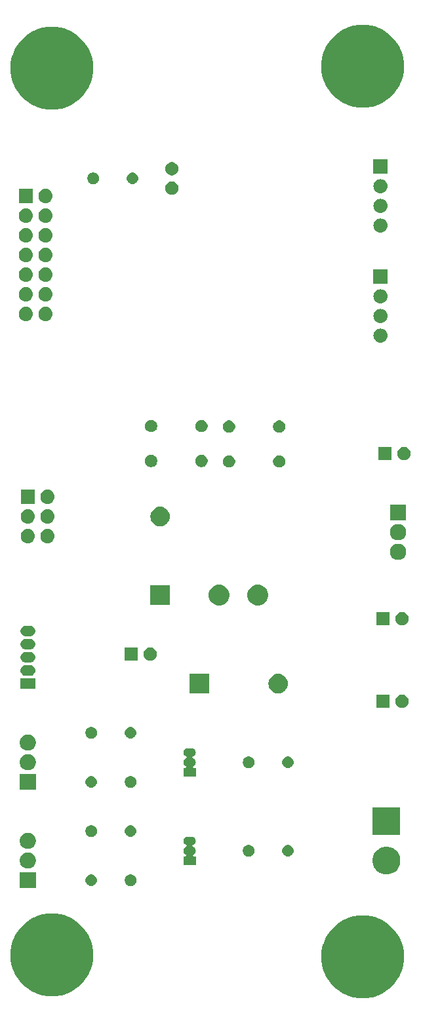
<source format=gbr>
G04 #@! TF.GenerationSoftware,KiCad,Pcbnew,(5.0.1-3-g963ef8bb5)*
G04 #@! TF.CreationDate,2019-04-20T19:45:59+01:00*
G04 #@! TF.ProjectId,flipcontrol,666C6970636F6E74726F6C2E6B696361,rev?*
G04 #@! TF.SameCoordinates,Original*
G04 #@! TF.FileFunction,Soldermask,Bot*
G04 #@! TF.FilePolarity,Negative*
%FSLAX46Y46*%
G04 Gerber Fmt 4.6, Leading zero omitted, Abs format (unit mm)*
G04 Created by KiCad (PCBNEW (5.0.1-3-g963ef8bb5)) date Saturday, 20 April 2019 at 19:45:59*
%MOMM*%
%LPD*%
G01*
G04 APERTURE LIST*
%ADD10C,0.100000*%
G04 APERTURE END LIST*
D10*
G36*
X140968228Y-163442091D02*
X141312829Y-163510636D01*
X142286649Y-163914005D01*
X142782926Y-164245607D01*
X143163067Y-164499609D01*
X143908391Y-165244933D01*
X143908393Y-165244936D01*
X144493995Y-166121351D01*
X144792154Y-166841172D01*
X144897364Y-167095172D01*
X145052477Y-167874973D01*
X145103000Y-168128973D01*
X145103000Y-169183027D01*
X144897364Y-170216829D01*
X144493995Y-171190649D01*
X144078110Y-171813064D01*
X143908391Y-172067067D01*
X143163067Y-172812391D01*
X143163064Y-172812393D01*
X142286649Y-173397995D01*
X141312829Y-173801364D01*
X140968228Y-173869909D01*
X140279029Y-174007000D01*
X139224971Y-174007000D01*
X138535772Y-173869909D01*
X138191171Y-173801364D01*
X137217351Y-173397995D01*
X136340936Y-172812393D01*
X136340933Y-172812391D01*
X135595609Y-172067067D01*
X135425890Y-171813064D01*
X135010005Y-171190649D01*
X134606636Y-170216829D01*
X134401000Y-169183027D01*
X134401000Y-168128973D01*
X134451524Y-167874973D01*
X134606636Y-167095172D01*
X134711846Y-166841172D01*
X135010005Y-166121351D01*
X135595607Y-165244936D01*
X135595609Y-165244933D01*
X136340933Y-164499609D01*
X136721074Y-164245607D01*
X137217351Y-163914005D01*
X138191171Y-163510636D01*
X138535772Y-163442091D01*
X139224971Y-163305000D01*
X140279029Y-163305000D01*
X140968228Y-163442091D01*
X140968228Y-163442091D01*
G37*
G36*
X100836228Y-163188091D02*
X101180829Y-163256636D01*
X102154649Y-163660005D01*
X103025157Y-164241660D01*
X103031067Y-164245609D01*
X103776391Y-164990933D01*
X103776393Y-164990936D01*
X104361995Y-165867351D01*
X104765364Y-166841171D01*
X104765364Y-166841172D01*
X104971000Y-167874971D01*
X104971000Y-168929029D01*
X104920476Y-169183029D01*
X104765364Y-169962829D01*
X104361995Y-170936649D01*
X103780340Y-171807157D01*
X103776391Y-171813067D01*
X103031067Y-172558391D01*
X103031064Y-172558393D01*
X102154649Y-173143995D01*
X101180829Y-173547364D01*
X100836228Y-173615909D01*
X100147029Y-173753000D01*
X99092971Y-173753000D01*
X98403772Y-173615909D01*
X98059171Y-173547364D01*
X97085351Y-173143995D01*
X96208936Y-172558393D01*
X96208933Y-172558391D01*
X95463609Y-171813067D01*
X95459660Y-171807157D01*
X94878005Y-170936649D01*
X94474636Y-169962829D01*
X94319524Y-169183029D01*
X94269000Y-168929029D01*
X94269000Y-167874971D01*
X94474636Y-166841172D01*
X94474636Y-166841171D01*
X94878005Y-165867351D01*
X95463607Y-164990936D01*
X95463609Y-164990933D01*
X96208933Y-164245609D01*
X96214843Y-164241660D01*
X97085351Y-163660005D01*
X98059171Y-163256636D01*
X98403772Y-163188091D01*
X99092971Y-163051000D01*
X100147029Y-163051000D01*
X100836228Y-163188091D01*
X100836228Y-163188091D01*
G37*
G36*
X97571000Y-159801000D02*
X95469000Y-159801000D01*
X95469000Y-157699000D01*
X97571000Y-157699000D01*
X97571000Y-159801000D01*
X97571000Y-159801000D01*
G37*
G36*
X109908600Y-158009867D02*
X109999059Y-158027860D01*
X110135732Y-158084472D01*
X110192715Y-158122547D01*
X110258738Y-158166662D01*
X110363338Y-158271262D01*
X110363340Y-158271265D01*
X110445528Y-158394268D01*
X110502140Y-158530941D01*
X110531000Y-158676033D01*
X110531000Y-158823967D01*
X110502140Y-158969059D01*
X110445528Y-159105732D01*
X110364446Y-159227079D01*
X110363338Y-159228738D01*
X110258738Y-159333338D01*
X110258735Y-159333340D01*
X110135732Y-159415528D01*
X109999059Y-159472140D01*
X109912004Y-159489456D01*
X109853969Y-159501000D01*
X109706031Y-159501000D01*
X109647996Y-159489456D01*
X109560941Y-159472140D01*
X109424268Y-159415528D01*
X109301265Y-159333340D01*
X109301262Y-159333338D01*
X109196662Y-159228738D01*
X109195554Y-159227079D01*
X109114472Y-159105732D01*
X109057860Y-158969059D01*
X109029000Y-158823967D01*
X109029000Y-158676033D01*
X109057860Y-158530941D01*
X109114472Y-158394268D01*
X109196660Y-158271265D01*
X109196662Y-158271262D01*
X109301262Y-158166662D01*
X109367285Y-158122547D01*
X109424268Y-158084472D01*
X109560941Y-158027860D01*
X109651400Y-158009867D01*
X109706031Y-157999000D01*
X109853969Y-157999000D01*
X109908600Y-158009867D01*
X109908600Y-158009867D01*
G37*
G36*
X104773665Y-158002622D02*
X104847222Y-158009867D01*
X104988786Y-158052810D01*
X105119252Y-158122546D01*
X105233606Y-158216394D01*
X105327454Y-158330748D01*
X105397190Y-158461214D01*
X105440133Y-158602778D01*
X105454633Y-158750000D01*
X105440133Y-158897222D01*
X105397190Y-159038786D01*
X105327454Y-159169252D01*
X105233606Y-159283606D01*
X105119252Y-159377454D01*
X104988786Y-159447190D01*
X104847222Y-159490133D01*
X104773665Y-159497378D01*
X104736888Y-159501000D01*
X104663112Y-159501000D01*
X104626335Y-159497378D01*
X104552778Y-159490133D01*
X104411214Y-159447190D01*
X104280748Y-159377454D01*
X104166394Y-159283606D01*
X104072546Y-159169252D01*
X104002810Y-159038786D01*
X103959867Y-158897222D01*
X103945367Y-158750000D01*
X103959867Y-158602778D01*
X104002810Y-158461214D01*
X104072546Y-158330748D01*
X104166394Y-158216394D01*
X104280748Y-158122546D01*
X104411214Y-158052810D01*
X104552778Y-158009867D01*
X104626335Y-158002622D01*
X104663112Y-157999000D01*
X104736888Y-157999000D01*
X104773665Y-158002622D01*
X104773665Y-158002622D01*
G37*
G36*
X143009062Y-154415240D02*
X143325350Y-154478153D01*
X143653122Y-154613921D01*
X143948109Y-154811025D01*
X144198975Y-155061891D01*
X144396079Y-155356878D01*
X144531847Y-155684650D01*
X144601060Y-156032611D01*
X144601060Y-156387389D01*
X144531847Y-156735350D01*
X144396079Y-157063122D01*
X144198975Y-157358109D01*
X143948109Y-157608975D01*
X143653122Y-157806079D01*
X143325350Y-157941847D01*
X143038019Y-157999000D01*
X142977390Y-158011060D01*
X142622610Y-158011060D01*
X142561981Y-157999000D01*
X142274650Y-157941847D01*
X141946878Y-157806079D01*
X141651891Y-157608975D01*
X141401025Y-157358109D01*
X141203921Y-157063122D01*
X141068153Y-156735350D01*
X140998940Y-156387389D01*
X140998940Y-156032611D01*
X141068153Y-155684650D01*
X141203921Y-155356878D01*
X141401025Y-155061891D01*
X141651891Y-154811025D01*
X141946878Y-154613921D01*
X142274650Y-154478153D01*
X142590938Y-154415240D01*
X142622610Y-154408940D01*
X142977390Y-154408940D01*
X143009062Y-154415240D01*
X143009062Y-154415240D01*
G37*
G36*
X96826565Y-155199389D02*
X97017834Y-155278615D01*
X97189976Y-155393637D01*
X97336363Y-155540024D01*
X97451385Y-155712166D01*
X97530611Y-155903435D01*
X97571000Y-156106484D01*
X97571000Y-156313516D01*
X97530611Y-156516565D01*
X97451385Y-156707834D01*
X97336363Y-156879976D01*
X97189976Y-157026363D01*
X97017834Y-157141385D01*
X96826565Y-157220611D01*
X96623516Y-157261000D01*
X96416484Y-157261000D01*
X96213435Y-157220611D01*
X96022166Y-157141385D01*
X95850024Y-157026363D01*
X95703637Y-156879976D01*
X95588615Y-156707834D01*
X95509389Y-156516565D01*
X95469000Y-156313516D01*
X95469000Y-156106484D01*
X95509389Y-155903435D01*
X95588615Y-155712166D01*
X95703637Y-155540024D01*
X95850024Y-155393637D01*
X96022166Y-155278615D01*
X96213435Y-155199389D01*
X96416484Y-155159000D01*
X96623516Y-155159000D01*
X96826565Y-155199389D01*
X96826565Y-155199389D01*
G37*
G36*
X117758015Y-153126973D02*
X117861879Y-153158479D01*
X117957600Y-153209644D01*
X118041501Y-153278499D01*
X118110356Y-153362400D01*
X118161521Y-153458121D01*
X118193027Y-153561985D01*
X118203666Y-153670000D01*
X118193027Y-153778015D01*
X118161521Y-153881879D01*
X118110356Y-153977600D01*
X118041501Y-154061501D01*
X117957600Y-154130356D01*
X117861879Y-154181521D01*
X117849142Y-154185385D01*
X117826507Y-154194760D01*
X117806133Y-154208374D01*
X117788806Y-154225701D01*
X117775192Y-154246076D01*
X117765814Y-154268715D01*
X117761034Y-154292748D01*
X117761034Y-154317252D01*
X117765815Y-154341286D01*
X117775192Y-154363925D01*
X117788806Y-154384299D01*
X117806133Y-154401626D01*
X117826508Y-154415240D01*
X117849142Y-154424615D01*
X117861879Y-154428479D01*
X117957600Y-154479644D01*
X118041501Y-154548499D01*
X118110356Y-154632400D01*
X118161521Y-154728121D01*
X118193027Y-154831985D01*
X118203666Y-154940000D01*
X118193027Y-155048015D01*
X118161521Y-155151879D01*
X118110356Y-155247600D01*
X118041501Y-155331501D01*
X117957600Y-155400356D01*
X117913805Y-155423766D01*
X117893439Y-155437374D01*
X117876111Y-155454701D01*
X117862498Y-155475076D01*
X117853120Y-155497715D01*
X117848340Y-155521748D01*
X117848340Y-155546252D01*
X117853121Y-155570286D01*
X117862498Y-155592925D01*
X117876112Y-155613299D01*
X117893439Y-155630627D01*
X117913814Y-155644240D01*
X117936453Y-155653618D01*
X117972738Y-155659000D01*
X118201000Y-155659000D01*
X118201000Y-156761000D01*
X116599000Y-156761000D01*
X116599000Y-155659000D01*
X116827262Y-155659000D01*
X116851648Y-155656598D01*
X116875097Y-155649485D01*
X116896708Y-155637934D01*
X116915650Y-155622388D01*
X116931196Y-155603446D01*
X116942747Y-155581835D01*
X116949860Y-155558386D01*
X116952262Y-155534000D01*
X116949860Y-155509614D01*
X116942747Y-155486165D01*
X116931196Y-155464554D01*
X116915650Y-155445612D01*
X116886192Y-155423764D01*
X116842400Y-155400356D01*
X116758499Y-155331501D01*
X116689644Y-155247600D01*
X116638479Y-155151879D01*
X116606973Y-155048015D01*
X116596334Y-154940000D01*
X116606973Y-154831985D01*
X116638479Y-154728121D01*
X116689644Y-154632400D01*
X116758499Y-154548499D01*
X116842400Y-154479644D01*
X116938121Y-154428479D01*
X116950858Y-154424615D01*
X116973493Y-154415240D01*
X116993867Y-154401626D01*
X117011194Y-154384299D01*
X117024808Y-154363924D01*
X117034186Y-154341285D01*
X117038966Y-154317252D01*
X117038966Y-154292748D01*
X117034185Y-154268714D01*
X117024808Y-154246075D01*
X117011194Y-154225701D01*
X116993867Y-154208374D01*
X116973492Y-154194760D01*
X116950858Y-154185385D01*
X116938121Y-154181521D01*
X116842400Y-154130356D01*
X116758499Y-154061501D01*
X116689644Y-153977600D01*
X116638479Y-153881879D01*
X116606973Y-153778015D01*
X116596334Y-153670000D01*
X116606973Y-153561985D01*
X116638479Y-153458121D01*
X116689644Y-153362400D01*
X116758499Y-153278499D01*
X116842400Y-153209644D01*
X116938121Y-153158479D01*
X117041985Y-153126973D01*
X117122933Y-153119000D01*
X117677067Y-153119000D01*
X117758015Y-153126973D01*
X117758015Y-153126973D01*
G37*
G36*
X130173665Y-154192622D02*
X130247222Y-154199867D01*
X130388786Y-154242810D01*
X130519252Y-154312546D01*
X130633606Y-154406394D01*
X130727454Y-154520748D01*
X130797190Y-154651214D01*
X130840133Y-154792778D01*
X130854633Y-154940000D01*
X130840133Y-155087222D01*
X130797190Y-155228786D01*
X130727454Y-155359252D01*
X130633606Y-155473606D01*
X130519252Y-155567454D01*
X130388786Y-155637190D01*
X130247222Y-155680133D01*
X130173665Y-155687378D01*
X130136888Y-155691000D01*
X130063112Y-155691000D01*
X130026335Y-155687378D01*
X129952778Y-155680133D01*
X129811214Y-155637190D01*
X129680748Y-155567454D01*
X129566394Y-155473606D01*
X129472546Y-155359252D01*
X129402810Y-155228786D01*
X129359867Y-155087222D01*
X129345367Y-154940000D01*
X129359867Y-154792778D01*
X129402810Y-154651214D01*
X129472546Y-154520748D01*
X129566394Y-154406394D01*
X129680748Y-154312546D01*
X129811214Y-154242810D01*
X129952778Y-154199867D01*
X130026335Y-154192622D01*
X130063112Y-154189000D01*
X130136888Y-154189000D01*
X130173665Y-154192622D01*
X130173665Y-154192622D01*
G37*
G36*
X125148600Y-154199867D02*
X125239059Y-154217860D01*
X125375732Y-154274472D01*
X125432715Y-154312547D01*
X125498738Y-154356662D01*
X125603338Y-154461262D01*
X125603340Y-154461265D01*
X125685528Y-154584268D01*
X125742140Y-154720941D01*
X125771000Y-154866033D01*
X125771000Y-155013967D01*
X125742140Y-155159059D01*
X125685528Y-155295732D01*
X125620111Y-155393635D01*
X125603338Y-155418738D01*
X125498738Y-155523338D01*
X125498735Y-155523340D01*
X125375732Y-155605528D01*
X125239059Y-155662140D01*
X125152004Y-155679456D01*
X125093969Y-155691000D01*
X124946031Y-155691000D01*
X124887996Y-155679456D01*
X124800941Y-155662140D01*
X124664268Y-155605528D01*
X124541265Y-155523340D01*
X124541262Y-155523338D01*
X124436662Y-155418738D01*
X124419889Y-155393635D01*
X124354472Y-155295732D01*
X124297860Y-155159059D01*
X124269000Y-155013967D01*
X124269000Y-154866033D01*
X124297860Y-154720941D01*
X124354472Y-154584268D01*
X124436660Y-154461265D01*
X124436662Y-154461262D01*
X124541262Y-154356662D01*
X124607285Y-154312547D01*
X124664268Y-154274472D01*
X124800941Y-154217860D01*
X124891400Y-154199867D01*
X124946031Y-154189000D01*
X125093969Y-154189000D01*
X125148600Y-154199867D01*
X125148600Y-154199867D01*
G37*
G36*
X96826565Y-152659389D02*
X97017834Y-152738615D01*
X97189976Y-152853637D01*
X97336363Y-153000024D01*
X97451385Y-153172166D01*
X97530611Y-153363435D01*
X97571000Y-153566484D01*
X97571000Y-153773516D01*
X97530611Y-153976565D01*
X97451385Y-154167834D01*
X97336363Y-154339976D01*
X97189976Y-154486363D01*
X97017834Y-154601385D01*
X96826565Y-154680611D01*
X96623516Y-154721000D01*
X96416484Y-154721000D01*
X96213435Y-154680611D01*
X96022166Y-154601385D01*
X95850024Y-154486363D01*
X95703637Y-154339976D01*
X95588615Y-154167834D01*
X95509389Y-153976565D01*
X95469000Y-153773516D01*
X95469000Y-153566484D01*
X95509389Y-153363435D01*
X95588615Y-153172166D01*
X95703637Y-153000024D01*
X95850024Y-152853637D01*
X96022166Y-152738615D01*
X96213435Y-152659389D01*
X96416484Y-152619000D01*
X96623516Y-152619000D01*
X96826565Y-152659389D01*
X96826565Y-152659389D01*
G37*
G36*
X109853665Y-151652622D02*
X109927222Y-151659867D01*
X110068786Y-151702810D01*
X110199252Y-151772546D01*
X110313606Y-151866394D01*
X110407454Y-151980748D01*
X110477190Y-152111214D01*
X110520133Y-152252778D01*
X110534633Y-152400000D01*
X110520133Y-152547222D01*
X110477190Y-152688786D01*
X110407454Y-152819252D01*
X110313606Y-152933606D01*
X110199252Y-153027454D01*
X110068786Y-153097190D01*
X109927222Y-153140133D01*
X109853665Y-153147378D01*
X109816888Y-153151000D01*
X109743112Y-153151000D01*
X109706335Y-153147378D01*
X109632778Y-153140133D01*
X109491214Y-153097190D01*
X109360748Y-153027454D01*
X109246394Y-152933606D01*
X109152546Y-152819252D01*
X109082810Y-152688786D01*
X109039867Y-152547222D01*
X109025367Y-152400000D01*
X109039867Y-152252778D01*
X109082810Y-152111214D01*
X109152546Y-151980748D01*
X109246394Y-151866394D01*
X109360748Y-151772546D01*
X109491214Y-151702810D01*
X109632778Y-151659867D01*
X109706335Y-151652622D01*
X109743112Y-151649000D01*
X109816888Y-151649000D01*
X109853665Y-151652622D01*
X109853665Y-151652622D01*
G37*
G36*
X104828600Y-151659867D02*
X104919059Y-151677860D01*
X105055732Y-151734472D01*
X105112715Y-151772547D01*
X105178738Y-151816662D01*
X105283338Y-151921262D01*
X105283340Y-151921265D01*
X105365528Y-152044268D01*
X105422140Y-152180941D01*
X105451000Y-152326033D01*
X105451000Y-152473967D01*
X105422140Y-152619059D01*
X105365528Y-152755732D01*
X105300111Y-152853635D01*
X105283338Y-152878738D01*
X105178738Y-152983338D01*
X105178735Y-152983340D01*
X105055732Y-153065528D01*
X104919059Y-153122140D01*
X104832004Y-153139456D01*
X104773969Y-153151000D01*
X104626031Y-153151000D01*
X104567996Y-153139456D01*
X104480941Y-153122140D01*
X104344268Y-153065528D01*
X104221265Y-152983340D01*
X104221262Y-152983338D01*
X104116662Y-152878738D01*
X104099889Y-152853635D01*
X104034472Y-152755732D01*
X103977860Y-152619059D01*
X103949000Y-152473967D01*
X103949000Y-152326033D01*
X103977860Y-152180941D01*
X104034472Y-152044268D01*
X104116660Y-151921265D01*
X104116662Y-151921262D01*
X104221262Y-151816662D01*
X104287285Y-151772547D01*
X104344268Y-151734472D01*
X104480941Y-151677860D01*
X104571400Y-151659867D01*
X104626031Y-151649000D01*
X104773969Y-151649000D01*
X104828600Y-151659867D01*
X104828600Y-151659867D01*
G37*
G36*
X144601060Y-152931060D02*
X140998940Y-152931060D01*
X140998940Y-149328940D01*
X144601060Y-149328940D01*
X144601060Y-152931060D01*
X144601060Y-152931060D01*
G37*
G36*
X97571000Y-147101000D02*
X95469000Y-147101000D01*
X95469000Y-144999000D01*
X97571000Y-144999000D01*
X97571000Y-147101000D01*
X97571000Y-147101000D01*
G37*
G36*
X104773665Y-145302622D02*
X104847222Y-145309867D01*
X104988786Y-145352810D01*
X105119252Y-145422546D01*
X105233606Y-145516394D01*
X105327454Y-145630748D01*
X105397190Y-145761214D01*
X105440133Y-145902778D01*
X105454633Y-146050000D01*
X105440133Y-146197222D01*
X105397190Y-146338786D01*
X105327454Y-146469252D01*
X105233606Y-146583606D01*
X105119252Y-146677454D01*
X104988786Y-146747190D01*
X104847222Y-146790133D01*
X104773665Y-146797378D01*
X104736888Y-146801000D01*
X104663112Y-146801000D01*
X104626335Y-146797378D01*
X104552778Y-146790133D01*
X104411214Y-146747190D01*
X104280748Y-146677454D01*
X104166394Y-146583606D01*
X104072546Y-146469252D01*
X104002810Y-146338786D01*
X103959867Y-146197222D01*
X103945367Y-146050000D01*
X103959867Y-145902778D01*
X104002810Y-145761214D01*
X104072546Y-145630748D01*
X104166394Y-145516394D01*
X104280748Y-145422546D01*
X104411214Y-145352810D01*
X104552778Y-145309867D01*
X104626335Y-145302622D01*
X104663112Y-145299000D01*
X104736888Y-145299000D01*
X104773665Y-145302622D01*
X104773665Y-145302622D01*
G37*
G36*
X109908600Y-145309867D02*
X109999059Y-145327860D01*
X110135732Y-145384472D01*
X110192715Y-145422547D01*
X110258738Y-145466662D01*
X110363338Y-145571262D01*
X110363340Y-145571265D01*
X110445528Y-145694268D01*
X110502140Y-145830941D01*
X110531000Y-145976033D01*
X110531000Y-146123967D01*
X110502140Y-146269059D01*
X110445528Y-146405732D01*
X110364446Y-146527079D01*
X110363338Y-146528738D01*
X110258738Y-146633338D01*
X110258735Y-146633340D01*
X110135732Y-146715528D01*
X109999059Y-146772140D01*
X109912004Y-146789456D01*
X109853969Y-146801000D01*
X109706031Y-146801000D01*
X109647996Y-146789456D01*
X109560941Y-146772140D01*
X109424268Y-146715528D01*
X109301265Y-146633340D01*
X109301262Y-146633338D01*
X109196662Y-146528738D01*
X109195554Y-146527079D01*
X109114472Y-146405732D01*
X109057860Y-146269059D01*
X109029000Y-146123967D01*
X109029000Y-145976033D01*
X109057860Y-145830941D01*
X109114472Y-145694268D01*
X109196660Y-145571265D01*
X109196662Y-145571262D01*
X109301262Y-145466662D01*
X109367285Y-145422547D01*
X109424268Y-145384472D01*
X109560941Y-145327860D01*
X109651400Y-145309867D01*
X109706031Y-145299000D01*
X109853969Y-145299000D01*
X109908600Y-145309867D01*
X109908600Y-145309867D01*
G37*
G36*
X117758015Y-141696973D02*
X117861879Y-141728479D01*
X117957600Y-141779644D01*
X118041501Y-141848499D01*
X118110356Y-141932400D01*
X118161521Y-142028121D01*
X118193027Y-142131985D01*
X118203666Y-142240000D01*
X118193027Y-142348015D01*
X118161521Y-142451879D01*
X118110356Y-142547600D01*
X118041501Y-142631501D01*
X117957600Y-142700356D01*
X117861879Y-142751521D01*
X117849142Y-142755385D01*
X117826507Y-142764760D01*
X117806133Y-142778374D01*
X117788806Y-142795701D01*
X117775192Y-142816076D01*
X117765814Y-142838715D01*
X117761034Y-142862748D01*
X117761034Y-142887252D01*
X117765815Y-142911286D01*
X117775192Y-142933925D01*
X117788806Y-142954299D01*
X117806133Y-142971626D01*
X117826508Y-142985240D01*
X117849142Y-142994615D01*
X117861879Y-142998479D01*
X117957600Y-143049644D01*
X118041501Y-143118499D01*
X118110356Y-143202400D01*
X118161521Y-143298121D01*
X118193027Y-143401985D01*
X118203666Y-143510000D01*
X118193027Y-143618015D01*
X118161521Y-143721879D01*
X118110356Y-143817600D01*
X118041501Y-143901501D01*
X117957600Y-143970356D01*
X117913805Y-143993766D01*
X117893439Y-144007374D01*
X117876111Y-144024701D01*
X117862498Y-144045076D01*
X117853120Y-144067715D01*
X117848340Y-144091748D01*
X117848340Y-144116252D01*
X117853121Y-144140286D01*
X117862498Y-144162925D01*
X117876112Y-144183299D01*
X117893439Y-144200627D01*
X117913814Y-144214240D01*
X117936453Y-144223618D01*
X117972738Y-144229000D01*
X118201000Y-144229000D01*
X118201000Y-145331000D01*
X116599000Y-145331000D01*
X116599000Y-144229000D01*
X116827262Y-144229000D01*
X116851648Y-144226598D01*
X116875097Y-144219485D01*
X116896708Y-144207934D01*
X116915650Y-144192388D01*
X116931196Y-144173446D01*
X116942747Y-144151835D01*
X116949860Y-144128386D01*
X116952262Y-144104000D01*
X116949860Y-144079614D01*
X116942747Y-144056165D01*
X116931196Y-144034554D01*
X116915650Y-144015612D01*
X116886192Y-143993764D01*
X116842400Y-143970356D01*
X116758499Y-143901501D01*
X116689644Y-143817600D01*
X116638479Y-143721879D01*
X116606973Y-143618015D01*
X116596334Y-143510000D01*
X116606973Y-143401985D01*
X116638479Y-143298121D01*
X116689644Y-143202400D01*
X116758499Y-143118499D01*
X116842400Y-143049644D01*
X116938121Y-142998479D01*
X116950858Y-142994615D01*
X116973493Y-142985240D01*
X116993867Y-142971626D01*
X117011194Y-142954299D01*
X117024808Y-142933924D01*
X117034186Y-142911285D01*
X117038966Y-142887252D01*
X117038966Y-142862748D01*
X117034185Y-142838714D01*
X117024808Y-142816075D01*
X117011194Y-142795701D01*
X116993867Y-142778374D01*
X116973492Y-142764760D01*
X116950858Y-142755385D01*
X116938121Y-142751521D01*
X116842400Y-142700356D01*
X116758499Y-142631501D01*
X116689644Y-142547600D01*
X116638479Y-142451879D01*
X116606973Y-142348015D01*
X116596334Y-142240000D01*
X116606973Y-142131985D01*
X116638479Y-142028121D01*
X116689644Y-141932400D01*
X116758499Y-141848499D01*
X116842400Y-141779644D01*
X116938121Y-141728479D01*
X117041985Y-141696973D01*
X117122933Y-141689000D01*
X117677067Y-141689000D01*
X117758015Y-141696973D01*
X117758015Y-141696973D01*
G37*
G36*
X96826565Y-142499389D02*
X97017834Y-142578615D01*
X97189976Y-142693637D01*
X97336363Y-142840024D01*
X97451385Y-143012166D01*
X97530611Y-143203435D01*
X97571000Y-143406484D01*
X97571000Y-143613516D01*
X97530611Y-143816565D01*
X97451385Y-144007834D01*
X97336363Y-144179976D01*
X97189976Y-144326363D01*
X97017834Y-144441385D01*
X96826565Y-144520611D01*
X96623516Y-144561000D01*
X96416484Y-144561000D01*
X96213435Y-144520611D01*
X96022166Y-144441385D01*
X95850024Y-144326363D01*
X95703637Y-144179976D01*
X95588615Y-144007834D01*
X95509389Y-143816565D01*
X95469000Y-143613516D01*
X95469000Y-143406484D01*
X95509389Y-143203435D01*
X95588615Y-143012166D01*
X95703637Y-142840024D01*
X95850024Y-142693637D01*
X96022166Y-142578615D01*
X96213435Y-142499389D01*
X96416484Y-142459000D01*
X96623516Y-142459000D01*
X96826565Y-142499389D01*
X96826565Y-142499389D01*
G37*
G36*
X125148600Y-142769867D02*
X125239059Y-142787860D01*
X125375732Y-142844472D01*
X125432715Y-142882547D01*
X125498738Y-142926662D01*
X125603338Y-143031262D01*
X125603340Y-143031265D01*
X125685528Y-143154268D01*
X125742140Y-143290941D01*
X125743568Y-143298121D01*
X125771000Y-143436031D01*
X125771000Y-143583969D01*
X125764228Y-143618013D01*
X125742140Y-143729059D01*
X125685528Y-143865732D01*
X125615621Y-143970355D01*
X125603338Y-143988738D01*
X125498738Y-144093338D01*
X125498735Y-144093340D01*
X125375732Y-144175528D01*
X125239059Y-144232140D01*
X125152004Y-144249456D01*
X125093969Y-144261000D01*
X124946031Y-144261000D01*
X124887996Y-144249456D01*
X124800941Y-144232140D01*
X124664268Y-144175528D01*
X124541265Y-144093340D01*
X124541262Y-144093338D01*
X124436662Y-143988738D01*
X124424379Y-143970355D01*
X124354472Y-143865732D01*
X124297860Y-143729059D01*
X124275772Y-143618013D01*
X124269000Y-143583969D01*
X124269000Y-143436031D01*
X124296432Y-143298121D01*
X124297860Y-143290941D01*
X124354472Y-143154268D01*
X124436660Y-143031265D01*
X124436662Y-143031262D01*
X124541262Y-142926662D01*
X124607285Y-142882547D01*
X124664268Y-142844472D01*
X124800941Y-142787860D01*
X124891400Y-142769867D01*
X124946031Y-142759000D01*
X125093969Y-142759000D01*
X125148600Y-142769867D01*
X125148600Y-142769867D01*
G37*
G36*
X130173665Y-142762622D02*
X130247222Y-142769867D01*
X130388786Y-142812810D01*
X130519252Y-142882546D01*
X130633606Y-142976394D01*
X130727454Y-143090748D01*
X130797190Y-143221214D01*
X130840133Y-143362778D01*
X130854633Y-143510000D01*
X130840133Y-143657222D01*
X130797190Y-143798786D01*
X130727454Y-143929252D01*
X130633606Y-144043606D01*
X130519252Y-144137454D01*
X130388786Y-144207190D01*
X130247222Y-144250133D01*
X130173665Y-144257378D01*
X130136888Y-144261000D01*
X130063112Y-144261000D01*
X130026335Y-144257378D01*
X129952778Y-144250133D01*
X129811214Y-144207190D01*
X129680748Y-144137454D01*
X129566394Y-144043606D01*
X129472546Y-143929252D01*
X129402810Y-143798786D01*
X129359867Y-143657222D01*
X129345367Y-143510000D01*
X129359867Y-143362778D01*
X129402810Y-143221214D01*
X129472546Y-143090748D01*
X129566394Y-142976394D01*
X129680748Y-142882546D01*
X129811214Y-142812810D01*
X129952778Y-142769867D01*
X130026335Y-142762622D01*
X130063112Y-142759000D01*
X130136888Y-142759000D01*
X130173665Y-142762622D01*
X130173665Y-142762622D01*
G37*
G36*
X96826565Y-139959389D02*
X97017834Y-140038615D01*
X97189976Y-140153637D01*
X97336363Y-140300024D01*
X97451385Y-140472166D01*
X97530611Y-140663435D01*
X97571000Y-140866484D01*
X97571000Y-141073516D01*
X97530611Y-141276565D01*
X97451385Y-141467834D01*
X97336363Y-141639976D01*
X97189976Y-141786363D01*
X97017834Y-141901385D01*
X96826565Y-141980611D01*
X96623516Y-142021000D01*
X96416484Y-142021000D01*
X96213435Y-141980611D01*
X96022166Y-141901385D01*
X95850024Y-141786363D01*
X95703637Y-141639976D01*
X95588615Y-141467834D01*
X95509389Y-141276565D01*
X95469000Y-141073516D01*
X95469000Y-140866484D01*
X95509389Y-140663435D01*
X95588615Y-140472166D01*
X95703637Y-140300024D01*
X95850024Y-140153637D01*
X96022166Y-140038615D01*
X96213435Y-139959389D01*
X96416484Y-139919000D01*
X96623516Y-139919000D01*
X96826565Y-139959389D01*
X96826565Y-139959389D01*
G37*
G36*
X104828600Y-138959867D02*
X104919059Y-138977860D01*
X105055732Y-139034472D01*
X105112715Y-139072547D01*
X105178738Y-139116662D01*
X105283338Y-139221262D01*
X105283340Y-139221265D01*
X105365528Y-139344268D01*
X105422140Y-139480941D01*
X105451000Y-139626033D01*
X105451000Y-139773967D01*
X105422140Y-139919059D01*
X105365528Y-140055732D01*
X105300111Y-140153635D01*
X105283338Y-140178738D01*
X105178738Y-140283338D01*
X105178735Y-140283340D01*
X105055732Y-140365528D01*
X104919059Y-140422140D01*
X104832004Y-140439456D01*
X104773969Y-140451000D01*
X104626031Y-140451000D01*
X104567996Y-140439456D01*
X104480941Y-140422140D01*
X104344268Y-140365528D01*
X104221265Y-140283340D01*
X104221262Y-140283338D01*
X104116662Y-140178738D01*
X104099889Y-140153635D01*
X104034472Y-140055732D01*
X103977860Y-139919059D01*
X103949000Y-139773967D01*
X103949000Y-139626033D01*
X103977860Y-139480941D01*
X104034472Y-139344268D01*
X104116660Y-139221265D01*
X104116662Y-139221262D01*
X104221262Y-139116662D01*
X104287285Y-139072547D01*
X104344268Y-139034472D01*
X104480941Y-138977860D01*
X104571400Y-138959867D01*
X104626031Y-138949000D01*
X104773969Y-138949000D01*
X104828600Y-138959867D01*
X104828600Y-138959867D01*
G37*
G36*
X109853665Y-138952622D02*
X109927222Y-138959867D01*
X110068786Y-139002810D01*
X110199252Y-139072546D01*
X110313606Y-139166394D01*
X110407454Y-139280748D01*
X110477190Y-139411214D01*
X110520133Y-139552778D01*
X110534633Y-139700000D01*
X110520133Y-139847222D01*
X110477190Y-139988786D01*
X110407454Y-140119252D01*
X110313606Y-140233606D01*
X110199252Y-140327454D01*
X110068786Y-140397190D01*
X109927222Y-140440133D01*
X109853665Y-140447378D01*
X109816888Y-140451000D01*
X109743112Y-140451000D01*
X109706335Y-140447378D01*
X109632778Y-140440133D01*
X109491214Y-140397190D01*
X109360748Y-140327454D01*
X109246394Y-140233606D01*
X109152546Y-140119252D01*
X109082810Y-139988786D01*
X109039867Y-139847222D01*
X109025367Y-139700000D01*
X109039867Y-139552778D01*
X109082810Y-139411214D01*
X109152546Y-139280748D01*
X109246394Y-139166394D01*
X109360748Y-139072546D01*
X109491214Y-139002810D01*
X109632778Y-138959867D01*
X109706335Y-138952622D01*
X109743112Y-138949000D01*
X109816888Y-138949000D01*
X109853665Y-138952622D01*
X109853665Y-138952622D01*
G37*
G36*
X143183000Y-136487000D02*
X141481000Y-136487000D01*
X141481000Y-134785000D01*
X143183000Y-134785000D01*
X143183000Y-136487000D01*
X143183000Y-136487000D01*
G37*
G36*
X145080228Y-134817703D02*
X145235100Y-134881853D01*
X145374481Y-134974985D01*
X145493015Y-135093519D01*
X145586147Y-135232900D01*
X145650297Y-135387772D01*
X145683000Y-135552184D01*
X145683000Y-135719816D01*
X145650297Y-135884228D01*
X145586147Y-136039100D01*
X145493015Y-136178481D01*
X145374481Y-136297015D01*
X145235100Y-136390147D01*
X145080228Y-136454297D01*
X144915816Y-136487000D01*
X144748184Y-136487000D01*
X144583772Y-136454297D01*
X144428900Y-136390147D01*
X144289519Y-136297015D01*
X144170985Y-136178481D01*
X144077853Y-136039100D01*
X144013703Y-135884228D01*
X143981000Y-135719816D01*
X143981000Y-135552184D01*
X144013703Y-135387772D01*
X144077853Y-135232900D01*
X144170985Y-135093519D01*
X144289519Y-134974985D01*
X144428900Y-134881853D01*
X144583772Y-134817703D01*
X144748184Y-134785000D01*
X144915816Y-134785000D01*
X145080228Y-134817703D01*
X145080228Y-134817703D01*
G37*
G36*
X119921000Y-134601000D02*
X117419000Y-134601000D01*
X117419000Y-132099000D01*
X119921000Y-132099000D01*
X119921000Y-134601000D01*
X119921000Y-134601000D01*
G37*
G36*
X129075239Y-132117101D02*
X129311053Y-132188634D01*
X129528381Y-132304799D01*
X129718871Y-132461129D01*
X129875201Y-132651619D01*
X129991366Y-132868947D01*
X130062899Y-133104761D01*
X130087053Y-133350000D01*
X130062899Y-133595239D01*
X129991366Y-133831053D01*
X129875201Y-134048381D01*
X129718871Y-134238871D01*
X129528381Y-134395201D01*
X129311053Y-134511366D01*
X129075239Y-134582899D01*
X128891457Y-134601000D01*
X128768543Y-134601000D01*
X128584761Y-134582899D01*
X128348947Y-134511366D01*
X128131619Y-134395201D01*
X127941129Y-134238871D01*
X127784799Y-134048381D01*
X127668634Y-133831053D01*
X127597101Y-133595239D01*
X127572947Y-133350000D01*
X127597101Y-133104761D01*
X127668634Y-132868947D01*
X127784799Y-132651619D01*
X127941129Y-132461129D01*
X128131619Y-132304799D01*
X128348947Y-132188634D01*
X128584761Y-132117101D01*
X128768543Y-132099000D01*
X128891457Y-132099000D01*
X129075239Y-132117101D01*
X129075239Y-132117101D01*
G37*
G36*
X97471000Y-134038500D02*
X95569000Y-134038500D01*
X95569000Y-132661500D01*
X97471000Y-132661500D01*
X97471000Y-134038500D01*
X97471000Y-134038500D01*
G37*
G36*
X96917471Y-130971462D02*
X97047252Y-131010831D01*
X97166857Y-131074761D01*
X97271699Y-131160801D01*
X97357739Y-131265643D01*
X97421669Y-131385248D01*
X97461038Y-131515029D01*
X97474331Y-131650000D01*
X97461038Y-131784971D01*
X97421669Y-131914752D01*
X97357739Y-132034357D01*
X97271699Y-132139199D01*
X97166857Y-132225239D01*
X97047252Y-132289169D01*
X96917471Y-132328538D01*
X96816322Y-132338500D01*
X96223678Y-132338500D01*
X96122529Y-132328538D01*
X95992748Y-132289169D01*
X95873143Y-132225239D01*
X95768301Y-132139199D01*
X95682261Y-132034357D01*
X95618331Y-131914752D01*
X95578962Y-131784971D01*
X95565669Y-131650000D01*
X95578962Y-131515029D01*
X95618331Y-131385248D01*
X95682261Y-131265643D01*
X95768301Y-131160801D01*
X95873143Y-131074761D01*
X95992748Y-131010831D01*
X96122529Y-130971462D01*
X96223678Y-130961500D01*
X96816322Y-130961500D01*
X96917471Y-130971462D01*
X96917471Y-130971462D01*
G37*
G36*
X96917471Y-129271462D02*
X97047252Y-129310831D01*
X97166857Y-129374761D01*
X97271699Y-129460801D01*
X97357739Y-129565643D01*
X97421669Y-129685248D01*
X97461038Y-129815029D01*
X97474331Y-129950000D01*
X97461038Y-130084971D01*
X97421669Y-130214752D01*
X97357739Y-130334357D01*
X97271699Y-130439199D01*
X97166857Y-130525239D01*
X97047252Y-130589169D01*
X96917471Y-130628538D01*
X96816322Y-130638500D01*
X96223678Y-130638500D01*
X96122529Y-130628538D01*
X95992748Y-130589169D01*
X95873143Y-130525239D01*
X95768301Y-130439199D01*
X95682261Y-130334357D01*
X95618331Y-130214752D01*
X95578962Y-130084971D01*
X95565669Y-129950000D01*
X95578962Y-129815029D01*
X95618331Y-129685248D01*
X95682261Y-129565643D01*
X95768301Y-129460801D01*
X95873143Y-129374761D01*
X95992748Y-129310831D01*
X96122529Y-129271462D01*
X96223678Y-129261500D01*
X96816322Y-129261500D01*
X96917471Y-129271462D01*
X96917471Y-129271462D01*
G37*
G36*
X110671000Y-130391000D02*
X108969000Y-130391000D01*
X108969000Y-128689000D01*
X110671000Y-128689000D01*
X110671000Y-130391000D01*
X110671000Y-130391000D01*
G37*
G36*
X112568228Y-128721703D02*
X112723100Y-128785853D01*
X112862481Y-128878985D01*
X112981015Y-128997519D01*
X113074147Y-129136900D01*
X113138297Y-129291772D01*
X113171000Y-129456184D01*
X113171000Y-129623816D01*
X113138297Y-129788228D01*
X113074147Y-129943100D01*
X112981015Y-130082481D01*
X112862481Y-130201015D01*
X112723100Y-130294147D01*
X112568228Y-130358297D01*
X112403816Y-130391000D01*
X112236184Y-130391000D01*
X112071772Y-130358297D01*
X111916900Y-130294147D01*
X111777519Y-130201015D01*
X111658985Y-130082481D01*
X111565853Y-129943100D01*
X111501703Y-129788228D01*
X111469000Y-129623816D01*
X111469000Y-129456184D01*
X111501703Y-129291772D01*
X111565853Y-129136900D01*
X111658985Y-128997519D01*
X111777519Y-128878985D01*
X111916900Y-128785853D01*
X112071772Y-128721703D01*
X112236184Y-128689000D01*
X112403816Y-128689000D01*
X112568228Y-128721703D01*
X112568228Y-128721703D01*
G37*
G36*
X96917471Y-127571462D02*
X97047252Y-127610831D01*
X97166857Y-127674761D01*
X97271699Y-127760801D01*
X97357739Y-127865643D01*
X97421669Y-127985248D01*
X97461038Y-128115029D01*
X97474331Y-128250000D01*
X97461038Y-128384971D01*
X97421669Y-128514752D01*
X97357739Y-128634357D01*
X97271699Y-128739199D01*
X97166857Y-128825239D01*
X97047252Y-128889169D01*
X96917471Y-128928538D01*
X96816322Y-128938500D01*
X96223678Y-128938500D01*
X96122529Y-128928538D01*
X95992748Y-128889169D01*
X95873143Y-128825239D01*
X95768301Y-128739199D01*
X95682261Y-128634357D01*
X95618331Y-128514752D01*
X95578962Y-128384971D01*
X95565669Y-128250000D01*
X95578962Y-128115029D01*
X95618331Y-127985248D01*
X95682261Y-127865643D01*
X95768301Y-127760801D01*
X95873143Y-127674761D01*
X95992748Y-127610831D01*
X96122529Y-127571462D01*
X96223678Y-127561500D01*
X96816322Y-127561500D01*
X96917471Y-127571462D01*
X96917471Y-127571462D01*
G37*
G36*
X96917471Y-125871462D02*
X97047252Y-125910831D01*
X97166857Y-125974761D01*
X97271699Y-126060801D01*
X97357739Y-126165643D01*
X97421669Y-126285248D01*
X97461038Y-126415029D01*
X97474331Y-126550000D01*
X97461038Y-126684971D01*
X97421669Y-126814752D01*
X97357739Y-126934357D01*
X97271699Y-127039199D01*
X97166857Y-127125239D01*
X97047252Y-127189169D01*
X96917471Y-127228538D01*
X96816322Y-127238500D01*
X96223678Y-127238500D01*
X96122529Y-127228538D01*
X95992748Y-127189169D01*
X95873143Y-127125239D01*
X95768301Y-127039199D01*
X95682261Y-126934357D01*
X95618331Y-126814752D01*
X95578962Y-126684971D01*
X95565669Y-126550000D01*
X95578962Y-126415029D01*
X95618331Y-126285248D01*
X95682261Y-126165643D01*
X95768301Y-126060801D01*
X95873143Y-125974761D01*
X95992748Y-125910831D01*
X96122529Y-125871462D01*
X96223678Y-125861500D01*
X96816322Y-125861500D01*
X96917471Y-125871462D01*
X96917471Y-125871462D01*
G37*
G36*
X143183000Y-125819000D02*
X141481000Y-125819000D01*
X141481000Y-124117000D01*
X143183000Y-124117000D01*
X143183000Y-125819000D01*
X143183000Y-125819000D01*
G37*
G36*
X145080228Y-124149703D02*
X145235100Y-124213853D01*
X145374481Y-124306985D01*
X145493015Y-124425519D01*
X145586147Y-124564900D01*
X145650297Y-124719772D01*
X145683000Y-124884184D01*
X145683000Y-125051816D01*
X145650297Y-125216228D01*
X145586147Y-125371100D01*
X145493015Y-125510481D01*
X145374481Y-125629015D01*
X145235100Y-125722147D01*
X145080228Y-125786297D01*
X144915816Y-125819000D01*
X144748184Y-125819000D01*
X144583772Y-125786297D01*
X144428900Y-125722147D01*
X144289519Y-125629015D01*
X144170985Y-125510481D01*
X144077853Y-125371100D01*
X144013703Y-125216228D01*
X143981000Y-125051816D01*
X143981000Y-124884184D01*
X144013703Y-124719772D01*
X144077853Y-124564900D01*
X144170985Y-124425519D01*
X144289519Y-124306985D01*
X144428900Y-124213853D01*
X144583772Y-124149703D01*
X144748184Y-124117000D01*
X144915816Y-124117000D01*
X145080228Y-124149703D01*
X145080228Y-124149703D01*
G37*
G36*
X121473567Y-120594959D02*
X121604072Y-120620918D01*
X121849939Y-120722759D01*
X122070464Y-120870110D01*
X122071215Y-120870612D01*
X122259388Y-121058785D01*
X122259390Y-121058788D01*
X122407241Y-121280061D01*
X122509082Y-121525928D01*
X122561000Y-121786938D01*
X122561000Y-122053062D01*
X122509082Y-122314072D01*
X122407241Y-122559939D01*
X122259890Y-122780464D01*
X122259388Y-122781215D01*
X122071215Y-122969388D01*
X122071212Y-122969390D01*
X121849939Y-123117241D01*
X121604072Y-123219082D01*
X121473567Y-123245041D01*
X121343063Y-123271000D01*
X121076937Y-123271000D01*
X120946433Y-123245041D01*
X120815928Y-123219082D01*
X120570061Y-123117241D01*
X120348788Y-122969390D01*
X120348785Y-122969388D01*
X120160612Y-122781215D01*
X120160110Y-122780464D01*
X120012759Y-122559939D01*
X119910918Y-122314072D01*
X119859000Y-122053062D01*
X119859000Y-121786938D01*
X119910918Y-121525928D01*
X120012759Y-121280061D01*
X120160610Y-121058788D01*
X120160612Y-121058785D01*
X120348785Y-120870612D01*
X120349536Y-120870110D01*
X120570061Y-120722759D01*
X120815928Y-120620918D01*
X120946433Y-120594959D01*
X121076937Y-120569000D01*
X121343063Y-120569000D01*
X121473567Y-120594959D01*
X121473567Y-120594959D01*
G37*
G36*
X126473567Y-120594959D02*
X126604072Y-120620918D01*
X126849939Y-120722759D01*
X127070464Y-120870110D01*
X127071215Y-120870612D01*
X127259388Y-121058785D01*
X127259390Y-121058788D01*
X127407241Y-121280061D01*
X127509082Y-121525928D01*
X127561000Y-121786938D01*
X127561000Y-122053062D01*
X127509082Y-122314072D01*
X127407241Y-122559939D01*
X127259890Y-122780464D01*
X127259388Y-122781215D01*
X127071215Y-122969388D01*
X127071212Y-122969390D01*
X126849939Y-123117241D01*
X126604072Y-123219082D01*
X126473567Y-123245041D01*
X126343063Y-123271000D01*
X126076937Y-123271000D01*
X125946433Y-123245041D01*
X125815928Y-123219082D01*
X125570061Y-123117241D01*
X125348788Y-122969390D01*
X125348785Y-122969388D01*
X125160612Y-122781215D01*
X125160110Y-122780464D01*
X125012759Y-122559939D01*
X124910918Y-122314072D01*
X124859000Y-122053062D01*
X124859000Y-121786938D01*
X124910918Y-121525928D01*
X125012759Y-121280061D01*
X125160610Y-121058788D01*
X125160612Y-121058785D01*
X125348785Y-120870612D01*
X125349536Y-120870110D01*
X125570061Y-120722759D01*
X125815928Y-120620918D01*
X125946433Y-120594959D01*
X126076937Y-120569000D01*
X126343063Y-120569000D01*
X126473567Y-120594959D01*
X126473567Y-120594959D01*
G37*
G36*
X114841000Y-123171000D02*
X112339000Y-123171000D01*
X112339000Y-120669000D01*
X114841000Y-120669000D01*
X114841000Y-123171000D01*
X114841000Y-123171000D01*
G37*
G36*
X144630565Y-115321389D02*
X144821834Y-115400615D01*
X144993976Y-115515637D01*
X145140363Y-115662024D01*
X145255385Y-115834166D01*
X145334611Y-116025435D01*
X145375000Y-116228484D01*
X145375000Y-116435516D01*
X145334611Y-116638565D01*
X145255385Y-116829834D01*
X145140363Y-117001976D01*
X144993976Y-117148363D01*
X144821834Y-117263385D01*
X144630565Y-117342611D01*
X144427516Y-117383000D01*
X144220484Y-117383000D01*
X144017435Y-117342611D01*
X143826166Y-117263385D01*
X143654024Y-117148363D01*
X143507637Y-117001976D01*
X143392615Y-116829834D01*
X143313389Y-116638565D01*
X143273000Y-116435516D01*
X143273000Y-116228484D01*
X143313389Y-116025435D01*
X143392615Y-115834166D01*
X143507637Y-115662024D01*
X143654024Y-115515637D01*
X143826166Y-115400615D01*
X144017435Y-115321389D01*
X144220484Y-115281000D01*
X144427516Y-115281000D01*
X144630565Y-115321389D01*
X144630565Y-115321389D01*
G37*
G36*
X99239294Y-113398633D02*
X99411694Y-113450931D01*
X99411696Y-113450932D01*
X99570583Y-113535859D01*
X99709849Y-113650151D01*
X99741310Y-113688486D01*
X99824140Y-113789416D01*
X99909069Y-113948306D01*
X99961367Y-114120706D01*
X99979025Y-114300000D01*
X99961367Y-114479294D01*
X99909069Y-114651694D01*
X99909068Y-114651696D01*
X99824141Y-114810583D01*
X99709849Y-114949849D01*
X99570583Y-115064141D01*
X99411696Y-115149068D01*
X99411694Y-115149069D01*
X99239294Y-115201367D01*
X99104931Y-115214600D01*
X99015069Y-115214600D01*
X98880706Y-115201367D01*
X98708306Y-115149069D01*
X98708304Y-115149068D01*
X98549417Y-115064141D01*
X98410151Y-114949849D01*
X98295859Y-114810583D01*
X98210932Y-114651696D01*
X98210931Y-114651694D01*
X98158633Y-114479294D01*
X98140975Y-114300000D01*
X98158633Y-114120706D01*
X98210931Y-113948306D01*
X98295860Y-113789416D01*
X98378691Y-113688486D01*
X98410151Y-113650151D01*
X98549417Y-113535859D01*
X98708304Y-113450932D01*
X98708306Y-113450931D01*
X98880706Y-113398633D01*
X99015069Y-113385400D01*
X99104931Y-113385400D01*
X99239294Y-113398633D01*
X99239294Y-113398633D01*
G37*
G36*
X96699294Y-113398633D02*
X96871694Y-113450931D01*
X96871696Y-113450932D01*
X97030583Y-113535859D01*
X97169849Y-113650151D01*
X97201310Y-113688486D01*
X97284140Y-113789416D01*
X97369069Y-113948306D01*
X97421367Y-114120706D01*
X97439025Y-114300000D01*
X97421367Y-114479294D01*
X97369069Y-114651694D01*
X97369068Y-114651696D01*
X97284141Y-114810583D01*
X97169849Y-114949849D01*
X97030583Y-115064141D01*
X96871696Y-115149068D01*
X96871694Y-115149069D01*
X96699294Y-115201367D01*
X96564931Y-115214600D01*
X96475069Y-115214600D01*
X96340706Y-115201367D01*
X96168306Y-115149069D01*
X96168304Y-115149068D01*
X96009417Y-115064141D01*
X95870151Y-114949849D01*
X95755859Y-114810583D01*
X95670932Y-114651696D01*
X95670931Y-114651694D01*
X95618633Y-114479294D01*
X95600975Y-114300000D01*
X95618633Y-114120706D01*
X95670931Y-113948306D01*
X95755860Y-113789416D01*
X95838691Y-113688486D01*
X95870151Y-113650151D01*
X96009417Y-113535859D01*
X96168304Y-113450932D01*
X96168306Y-113450931D01*
X96340706Y-113398633D01*
X96475069Y-113385400D01*
X96564931Y-113385400D01*
X96699294Y-113398633D01*
X96699294Y-113398633D01*
G37*
G36*
X144630565Y-112781389D02*
X144821834Y-112860615D01*
X144993976Y-112975637D01*
X145140363Y-113122024D01*
X145255385Y-113294166D01*
X145334611Y-113485435D01*
X145375000Y-113688484D01*
X145375000Y-113895516D01*
X145334611Y-114098565D01*
X145255385Y-114289834D01*
X145140363Y-114461976D01*
X144993976Y-114608363D01*
X144821834Y-114723385D01*
X144630565Y-114802611D01*
X144427516Y-114843000D01*
X144220484Y-114843000D01*
X144017435Y-114802611D01*
X143826166Y-114723385D01*
X143654024Y-114608363D01*
X143507637Y-114461976D01*
X143392615Y-114289834D01*
X143313389Y-114098565D01*
X143273000Y-113895516D01*
X143273000Y-113688484D01*
X143313389Y-113485435D01*
X143392615Y-113294166D01*
X143507637Y-113122024D01*
X143654024Y-112975637D01*
X143826166Y-112860615D01*
X144017435Y-112781389D01*
X144220484Y-112741000D01*
X144427516Y-112741000D01*
X144630565Y-112781389D01*
X144630565Y-112781389D01*
G37*
G36*
X113835239Y-110527101D02*
X114071053Y-110598634D01*
X114288381Y-110714799D01*
X114478871Y-110871129D01*
X114635201Y-111061619D01*
X114751366Y-111278947D01*
X114822899Y-111514761D01*
X114847053Y-111760000D01*
X114822899Y-112005239D01*
X114751366Y-112241053D01*
X114635201Y-112458381D01*
X114478871Y-112648871D01*
X114288381Y-112805201D01*
X114071053Y-112921366D01*
X113835239Y-112992899D01*
X113651457Y-113011000D01*
X113528543Y-113011000D01*
X113344761Y-112992899D01*
X113108947Y-112921366D01*
X112891619Y-112805201D01*
X112701129Y-112648871D01*
X112544799Y-112458381D01*
X112428634Y-112241053D01*
X112357101Y-112005239D01*
X112332947Y-111760000D01*
X112357101Y-111514761D01*
X112428634Y-111278947D01*
X112544799Y-111061619D01*
X112701129Y-110871129D01*
X112891619Y-110714799D01*
X113108947Y-110598634D01*
X113344761Y-110527101D01*
X113528543Y-110509000D01*
X113651457Y-110509000D01*
X113835239Y-110527101D01*
X113835239Y-110527101D01*
G37*
G36*
X99239294Y-110858633D02*
X99411694Y-110910931D01*
X99411696Y-110910932D01*
X99570583Y-110995859D01*
X99570585Y-110995860D01*
X99570584Y-110995860D01*
X99709849Y-111110151D01*
X99824140Y-111249416D01*
X99909069Y-111408306D01*
X99961367Y-111580706D01*
X99979025Y-111760000D01*
X99961367Y-111939294D01*
X99909069Y-112111694D01*
X99909068Y-112111696D01*
X99824141Y-112270583D01*
X99709849Y-112409849D01*
X99570583Y-112524141D01*
X99411696Y-112609068D01*
X99411694Y-112609069D01*
X99239294Y-112661367D01*
X99104931Y-112674600D01*
X99015069Y-112674600D01*
X98880706Y-112661367D01*
X98708306Y-112609069D01*
X98708304Y-112609068D01*
X98549417Y-112524141D01*
X98410151Y-112409849D01*
X98295859Y-112270583D01*
X98210932Y-112111696D01*
X98210931Y-112111694D01*
X98158633Y-111939294D01*
X98140975Y-111760000D01*
X98158633Y-111580706D01*
X98210931Y-111408306D01*
X98295860Y-111249416D01*
X98410151Y-111110151D01*
X98549416Y-110995860D01*
X98549415Y-110995860D01*
X98549417Y-110995859D01*
X98708304Y-110910932D01*
X98708306Y-110910931D01*
X98880706Y-110858633D01*
X99015069Y-110845400D01*
X99104931Y-110845400D01*
X99239294Y-110858633D01*
X99239294Y-110858633D01*
G37*
G36*
X96699294Y-110858633D02*
X96871694Y-110910931D01*
X96871696Y-110910932D01*
X97030583Y-110995859D01*
X97030585Y-110995860D01*
X97030584Y-110995860D01*
X97169849Y-111110151D01*
X97284140Y-111249416D01*
X97369069Y-111408306D01*
X97421367Y-111580706D01*
X97439025Y-111760000D01*
X97421367Y-111939294D01*
X97369069Y-112111694D01*
X97369068Y-112111696D01*
X97284141Y-112270583D01*
X97169849Y-112409849D01*
X97030583Y-112524141D01*
X96871696Y-112609068D01*
X96871694Y-112609069D01*
X96699294Y-112661367D01*
X96564931Y-112674600D01*
X96475069Y-112674600D01*
X96340706Y-112661367D01*
X96168306Y-112609069D01*
X96168304Y-112609068D01*
X96009417Y-112524141D01*
X95870151Y-112409849D01*
X95755859Y-112270583D01*
X95670932Y-112111696D01*
X95670931Y-112111694D01*
X95618633Y-111939294D01*
X95600975Y-111760000D01*
X95618633Y-111580706D01*
X95670931Y-111408306D01*
X95755860Y-111249416D01*
X95870151Y-111110151D01*
X96009416Y-110995860D01*
X96009415Y-110995860D01*
X96009417Y-110995859D01*
X96168304Y-110910932D01*
X96168306Y-110910931D01*
X96340706Y-110858633D01*
X96475069Y-110845400D01*
X96564931Y-110845400D01*
X96699294Y-110858633D01*
X96699294Y-110858633D01*
G37*
G36*
X145375000Y-112303000D02*
X143273000Y-112303000D01*
X143273000Y-110201000D01*
X145375000Y-110201000D01*
X145375000Y-112303000D01*
X145375000Y-112303000D01*
G37*
G36*
X97434600Y-110134600D02*
X95605400Y-110134600D01*
X95605400Y-108305400D01*
X97434600Y-108305400D01*
X97434600Y-110134600D01*
X97434600Y-110134600D01*
G37*
G36*
X99239294Y-108318633D02*
X99411694Y-108370931D01*
X99411696Y-108370932D01*
X99570583Y-108455859D01*
X99570585Y-108455860D01*
X99570584Y-108455860D01*
X99709849Y-108570151D01*
X99824140Y-108709416D01*
X99909069Y-108868306D01*
X99961367Y-109040706D01*
X99979025Y-109220000D01*
X99961367Y-109399294D01*
X99909069Y-109571694D01*
X99909068Y-109571696D01*
X99824141Y-109730583D01*
X99709849Y-109869849D01*
X99570583Y-109984141D01*
X99411696Y-110069068D01*
X99411694Y-110069069D01*
X99239294Y-110121367D01*
X99104931Y-110134600D01*
X99015069Y-110134600D01*
X98880706Y-110121367D01*
X98708306Y-110069069D01*
X98708304Y-110069068D01*
X98549417Y-109984141D01*
X98410151Y-109869849D01*
X98295859Y-109730583D01*
X98210932Y-109571696D01*
X98210931Y-109571694D01*
X98158633Y-109399294D01*
X98140975Y-109220000D01*
X98158633Y-109040706D01*
X98210931Y-108868306D01*
X98295860Y-108709416D01*
X98410151Y-108570151D01*
X98549416Y-108455860D01*
X98549415Y-108455860D01*
X98549417Y-108455859D01*
X98708304Y-108370932D01*
X98708306Y-108370931D01*
X98880706Y-108318633D01*
X99015069Y-108305400D01*
X99104931Y-108305400D01*
X99239294Y-108318633D01*
X99239294Y-108318633D01*
G37*
G36*
X122713643Y-103877781D02*
X122859415Y-103938162D01*
X122990611Y-104025824D01*
X123102176Y-104137389D01*
X123189838Y-104268585D01*
X123250219Y-104414357D01*
X123281000Y-104569107D01*
X123281000Y-104726893D01*
X123250219Y-104881643D01*
X123189838Y-105027415D01*
X123102176Y-105158611D01*
X122990611Y-105270176D01*
X122859415Y-105357838D01*
X122713643Y-105418219D01*
X122558893Y-105449000D01*
X122401107Y-105449000D01*
X122246357Y-105418219D01*
X122100585Y-105357838D01*
X121969389Y-105270176D01*
X121857824Y-105158611D01*
X121770162Y-105027415D01*
X121709781Y-104881643D01*
X121679000Y-104726893D01*
X121679000Y-104569107D01*
X121709781Y-104414357D01*
X121770162Y-104268585D01*
X121857824Y-104137389D01*
X121969389Y-104025824D01*
X122100585Y-103938162D01*
X122246357Y-103877781D01*
X122401107Y-103847000D01*
X122558893Y-103847000D01*
X122713643Y-103877781D01*
X122713643Y-103877781D01*
G37*
G36*
X129213643Y-103877781D02*
X129359415Y-103938162D01*
X129490611Y-104025824D01*
X129602176Y-104137389D01*
X129689838Y-104268585D01*
X129750219Y-104414357D01*
X129781000Y-104569107D01*
X129781000Y-104726893D01*
X129750219Y-104881643D01*
X129689838Y-105027415D01*
X129602176Y-105158611D01*
X129490611Y-105270176D01*
X129359415Y-105357838D01*
X129213643Y-105418219D01*
X129058893Y-105449000D01*
X128901107Y-105449000D01*
X128746357Y-105418219D01*
X128600585Y-105357838D01*
X128469389Y-105270176D01*
X128357824Y-105158611D01*
X128270162Y-105027415D01*
X128209781Y-104881643D01*
X128179000Y-104726893D01*
X128179000Y-104569107D01*
X128209781Y-104414357D01*
X128270162Y-104268585D01*
X128357824Y-104137389D01*
X128469389Y-104025824D01*
X128600585Y-103938162D01*
X128746357Y-103877781D01*
X128901107Y-103847000D01*
X129058893Y-103847000D01*
X129213643Y-103877781D01*
X129213643Y-103877781D01*
G37*
G36*
X112657643Y-103805781D02*
X112803415Y-103866162D01*
X112934611Y-103953824D01*
X113046176Y-104065389D01*
X113133838Y-104196585D01*
X113194219Y-104342357D01*
X113225000Y-104497107D01*
X113225000Y-104654893D01*
X113194219Y-104809643D01*
X113133838Y-104955415D01*
X113046176Y-105086611D01*
X112934611Y-105198176D01*
X112803415Y-105285838D01*
X112657643Y-105346219D01*
X112502893Y-105377000D01*
X112345107Y-105377000D01*
X112190357Y-105346219D01*
X112044585Y-105285838D01*
X111913389Y-105198176D01*
X111801824Y-105086611D01*
X111714162Y-104955415D01*
X111653781Y-104809643D01*
X111623000Y-104654893D01*
X111623000Y-104497107D01*
X111653781Y-104342357D01*
X111714162Y-104196585D01*
X111801824Y-104065389D01*
X111913389Y-103953824D01*
X112044585Y-103866162D01*
X112190357Y-103805781D01*
X112345107Y-103775000D01*
X112502893Y-103775000D01*
X112657643Y-103805781D01*
X112657643Y-103805781D01*
G37*
G36*
X119157643Y-103805781D02*
X119303415Y-103866162D01*
X119434611Y-103953824D01*
X119546176Y-104065389D01*
X119633838Y-104196585D01*
X119694219Y-104342357D01*
X119725000Y-104497107D01*
X119725000Y-104654893D01*
X119694219Y-104809643D01*
X119633838Y-104955415D01*
X119546176Y-105086611D01*
X119434611Y-105198176D01*
X119303415Y-105285838D01*
X119157643Y-105346219D01*
X119002893Y-105377000D01*
X118845107Y-105377000D01*
X118690357Y-105346219D01*
X118544585Y-105285838D01*
X118413389Y-105198176D01*
X118301824Y-105086611D01*
X118214162Y-104955415D01*
X118153781Y-104809643D01*
X118123000Y-104654893D01*
X118123000Y-104497107D01*
X118153781Y-104342357D01*
X118214162Y-104196585D01*
X118301824Y-104065389D01*
X118413389Y-103953824D01*
X118544585Y-103866162D01*
X118690357Y-103805781D01*
X118845107Y-103775000D01*
X119002893Y-103775000D01*
X119157643Y-103805781D01*
X119157643Y-103805781D01*
G37*
G36*
X143437000Y-104483000D02*
X141735000Y-104483000D01*
X141735000Y-102781000D01*
X143437000Y-102781000D01*
X143437000Y-104483000D01*
X143437000Y-104483000D01*
G37*
G36*
X145334228Y-102813703D02*
X145489100Y-102877853D01*
X145628481Y-102970985D01*
X145747015Y-103089519D01*
X145840147Y-103228900D01*
X145904297Y-103383772D01*
X145937000Y-103548184D01*
X145937000Y-103715816D01*
X145904297Y-103880228D01*
X145840147Y-104035100D01*
X145747015Y-104174481D01*
X145628481Y-104293015D01*
X145489100Y-104386147D01*
X145334228Y-104450297D01*
X145169816Y-104483000D01*
X145002184Y-104483000D01*
X144837772Y-104450297D01*
X144682900Y-104386147D01*
X144543519Y-104293015D01*
X144424985Y-104174481D01*
X144331853Y-104035100D01*
X144267703Y-103880228D01*
X144235000Y-103715816D01*
X144235000Y-103548184D01*
X144267703Y-103383772D01*
X144331853Y-103228900D01*
X144424985Y-103089519D01*
X144543519Y-102970985D01*
X144682900Y-102877853D01*
X144837772Y-102813703D01*
X145002184Y-102781000D01*
X145169816Y-102781000D01*
X145334228Y-102813703D01*
X145334228Y-102813703D01*
G37*
G36*
X129213643Y-99377781D02*
X129359415Y-99438162D01*
X129490611Y-99525824D01*
X129602176Y-99637389D01*
X129689838Y-99768585D01*
X129750219Y-99914357D01*
X129781000Y-100069107D01*
X129781000Y-100226893D01*
X129750219Y-100381643D01*
X129689838Y-100527415D01*
X129602176Y-100658611D01*
X129490611Y-100770176D01*
X129359415Y-100857838D01*
X129213643Y-100918219D01*
X129058893Y-100949000D01*
X128901107Y-100949000D01*
X128746357Y-100918219D01*
X128600585Y-100857838D01*
X128469389Y-100770176D01*
X128357824Y-100658611D01*
X128270162Y-100527415D01*
X128209781Y-100381643D01*
X128179000Y-100226893D01*
X128179000Y-100069107D01*
X128209781Y-99914357D01*
X128270162Y-99768585D01*
X128357824Y-99637389D01*
X128469389Y-99525824D01*
X128600585Y-99438162D01*
X128746357Y-99377781D01*
X128901107Y-99347000D01*
X129058893Y-99347000D01*
X129213643Y-99377781D01*
X129213643Y-99377781D01*
G37*
G36*
X122713643Y-99377781D02*
X122859415Y-99438162D01*
X122990611Y-99525824D01*
X123102176Y-99637389D01*
X123189838Y-99768585D01*
X123250219Y-99914357D01*
X123281000Y-100069107D01*
X123281000Y-100226893D01*
X123250219Y-100381643D01*
X123189838Y-100527415D01*
X123102176Y-100658611D01*
X122990611Y-100770176D01*
X122859415Y-100857838D01*
X122713643Y-100918219D01*
X122558893Y-100949000D01*
X122401107Y-100949000D01*
X122246357Y-100918219D01*
X122100585Y-100857838D01*
X121969389Y-100770176D01*
X121857824Y-100658611D01*
X121770162Y-100527415D01*
X121709781Y-100381643D01*
X121679000Y-100226893D01*
X121679000Y-100069107D01*
X121709781Y-99914357D01*
X121770162Y-99768585D01*
X121857824Y-99637389D01*
X121969389Y-99525824D01*
X122100585Y-99438162D01*
X122246357Y-99377781D01*
X122401107Y-99347000D01*
X122558893Y-99347000D01*
X122713643Y-99377781D01*
X122713643Y-99377781D01*
G37*
G36*
X112657643Y-99305781D02*
X112803415Y-99366162D01*
X112934611Y-99453824D01*
X113046176Y-99565389D01*
X113133838Y-99696585D01*
X113194219Y-99842357D01*
X113225000Y-99997107D01*
X113225000Y-100154893D01*
X113194219Y-100309643D01*
X113133838Y-100455415D01*
X113046176Y-100586611D01*
X112934611Y-100698176D01*
X112803415Y-100785838D01*
X112657643Y-100846219D01*
X112502893Y-100877000D01*
X112345107Y-100877000D01*
X112190357Y-100846219D01*
X112044585Y-100785838D01*
X111913389Y-100698176D01*
X111801824Y-100586611D01*
X111714162Y-100455415D01*
X111653781Y-100309643D01*
X111623000Y-100154893D01*
X111623000Y-99997107D01*
X111653781Y-99842357D01*
X111714162Y-99696585D01*
X111801824Y-99565389D01*
X111913389Y-99453824D01*
X112044585Y-99366162D01*
X112190357Y-99305781D01*
X112345107Y-99275000D01*
X112502893Y-99275000D01*
X112657643Y-99305781D01*
X112657643Y-99305781D01*
G37*
G36*
X119157643Y-99305781D02*
X119303415Y-99366162D01*
X119434611Y-99453824D01*
X119546176Y-99565389D01*
X119633838Y-99696585D01*
X119694219Y-99842357D01*
X119725000Y-99997107D01*
X119725000Y-100154893D01*
X119694219Y-100309643D01*
X119633838Y-100455415D01*
X119546176Y-100586611D01*
X119434611Y-100698176D01*
X119303415Y-100785838D01*
X119157643Y-100846219D01*
X119002893Y-100877000D01*
X118845107Y-100877000D01*
X118690357Y-100846219D01*
X118544585Y-100785838D01*
X118413389Y-100698176D01*
X118301824Y-100586611D01*
X118214162Y-100455415D01*
X118153781Y-100309643D01*
X118123000Y-100154893D01*
X118123000Y-99997107D01*
X118153781Y-99842357D01*
X118214162Y-99696585D01*
X118301824Y-99565389D01*
X118413389Y-99453824D01*
X118544585Y-99366162D01*
X118690357Y-99305781D01*
X118845107Y-99275000D01*
X119002893Y-99275000D01*
X119157643Y-99305781D01*
X119157643Y-99305781D01*
G37*
G36*
X142148443Y-87497519D02*
X142214627Y-87504037D01*
X142327853Y-87538384D01*
X142384467Y-87555557D01*
X142523087Y-87629652D01*
X142540991Y-87639222D01*
X142576729Y-87668552D01*
X142678186Y-87751814D01*
X142761448Y-87853271D01*
X142790778Y-87889009D01*
X142790779Y-87889011D01*
X142874443Y-88045533D01*
X142874443Y-88045534D01*
X142925963Y-88215373D01*
X142943359Y-88392000D01*
X142925963Y-88568627D01*
X142891616Y-88681853D01*
X142874443Y-88738467D01*
X142800348Y-88877087D01*
X142790778Y-88894991D01*
X142761448Y-88930729D01*
X142678186Y-89032186D01*
X142576729Y-89115448D01*
X142540991Y-89144778D01*
X142540989Y-89144779D01*
X142384467Y-89228443D01*
X142327853Y-89245616D01*
X142214627Y-89279963D01*
X142148443Y-89286481D01*
X142082260Y-89293000D01*
X141993740Y-89293000D01*
X141927557Y-89286481D01*
X141861373Y-89279963D01*
X141748147Y-89245616D01*
X141691533Y-89228443D01*
X141535011Y-89144779D01*
X141535009Y-89144778D01*
X141499271Y-89115448D01*
X141397814Y-89032186D01*
X141314552Y-88930729D01*
X141285222Y-88894991D01*
X141275652Y-88877087D01*
X141201557Y-88738467D01*
X141184384Y-88681853D01*
X141150037Y-88568627D01*
X141132641Y-88392000D01*
X141150037Y-88215373D01*
X141201557Y-88045534D01*
X141201557Y-88045533D01*
X141285221Y-87889011D01*
X141285222Y-87889009D01*
X141314552Y-87853271D01*
X141397814Y-87751814D01*
X141499271Y-87668552D01*
X141535009Y-87639222D01*
X141552913Y-87629652D01*
X141691533Y-87555557D01*
X141748147Y-87538384D01*
X141861373Y-87504037D01*
X141927557Y-87497519D01*
X141993740Y-87491000D01*
X142082260Y-87491000D01*
X142148443Y-87497519D01*
X142148443Y-87497519D01*
G37*
G36*
X142148442Y-84957518D02*
X142214627Y-84964037D01*
X142327853Y-84998384D01*
X142384467Y-85015557D01*
X142518904Y-85087416D01*
X142540991Y-85099222D01*
X142576729Y-85128552D01*
X142678186Y-85211814D01*
X142761448Y-85313271D01*
X142790778Y-85349009D01*
X142790779Y-85349011D01*
X142874443Y-85505533D01*
X142874443Y-85505534D01*
X142925963Y-85675373D01*
X142943359Y-85852000D01*
X142925963Y-86028627D01*
X142901708Y-86108584D01*
X142874443Y-86198467D01*
X142848047Y-86247849D01*
X142790778Y-86354991D01*
X142784910Y-86362141D01*
X142678186Y-86492186D01*
X142576729Y-86575448D01*
X142540991Y-86604778D01*
X142540989Y-86604779D01*
X142384467Y-86688443D01*
X142327853Y-86705616D01*
X142214627Y-86739963D01*
X142148443Y-86746481D01*
X142082260Y-86753000D01*
X141993740Y-86753000D01*
X141927557Y-86746481D01*
X141861373Y-86739963D01*
X141748147Y-86705616D01*
X141691533Y-86688443D01*
X141535011Y-86604779D01*
X141535009Y-86604778D01*
X141499271Y-86575448D01*
X141397814Y-86492186D01*
X141291090Y-86362141D01*
X141285222Y-86354991D01*
X141227953Y-86247849D01*
X141201557Y-86198467D01*
X141174292Y-86108584D01*
X141150037Y-86028627D01*
X141132641Y-85852000D01*
X141150037Y-85675373D01*
X141201557Y-85505534D01*
X141201557Y-85505533D01*
X141285221Y-85349011D01*
X141285222Y-85349009D01*
X141314552Y-85313271D01*
X141397814Y-85211814D01*
X141499271Y-85128552D01*
X141535009Y-85099222D01*
X141557096Y-85087416D01*
X141691533Y-85015557D01*
X141748147Y-84998384D01*
X141861373Y-84964037D01*
X141927558Y-84957518D01*
X141993740Y-84951000D01*
X142082260Y-84951000D01*
X142148442Y-84957518D01*
X142148442Y-84957518D01*
G37*
G36*
X98985294Y-84696633D02*
X99157694Y-84748931D01*
X99157696Y-84748932D01*
X99316583Y-84833859D01*
X99455849Y-84948151D01*
X99570141Y-85087417D01*
X99636633Y-85211814D01*
X99655069Y-85246306D01*
X99707367Y-85418706D01*
X99725025Y-85598000D01*
X99707367Y-85777294D01*
X99655069Y-85949694D01*
X99655068Y-85949696D01*
X99570141Y-86108583D01*
X99455849Y-86247849D01*
X99316583Y-86362141D01*
X99157696Y-86447068D01*
X99157694Y-86447069D01*
X98985294Y-86499367D01*
X98850931Y-86512600D01*
X98761069Y-86512600D01*
X98626706Y-86499367D01*
X98454306Y-86447069D01*
X98454304Y-86447068D01*
X98295417Y-86362141D01*
X98156151Y-86247849D01*
X98041859Y-86108583D01*
X97956932Y-85949696D01*
X97956931Y-85949694D01*
X97904633Y-85777294D01*
X97886975Y-85598000D01*
X97904633Y-85418706D01*
X97956931Y-85246306D01*
X97975367Y-85211814D01*
X98041859Y-85087417D01*
X98156151Y-84948151D01*
X98295417Y-84833859D01*
X98454304Y-84748932D01*
X98454306Y-84748931D01*
X98626706Y-84696633D01*
X98761069Y-84683400D01*
X98850931Y-84683400D01*
X98985294Y-84696633D01*
X98985294Y-84696633D01*
G37*
G36*
X96445294Y-84696633D02*
X96617694Y-84748931D01*
X96617696Y-84748932D01*
X96776583Y-84833859D01*
X96915849Y-84948151D01*
X97030141Y-85087417D01*
X97096633Y-85211814D01*
X97115069Y-85246306D01*
X97167367Y-85418706D01*
X97185025Y-85598000D01*
X97167367Y-85777294D01*
X97115069Y-85949694D01*
X97115068Y-85949696D01*
X97030141Y-86108583D01*
X96915849Y-86247849D01*
X96776583Y-86362141D01*
X96617696Y-86447068D01*
X96617694Y-86447069D01*
X96445294Y-86499367D01*
X96310931Y-86512600D01*
X96221069Y-86512600D01*
X96086706Y-86499367D01*
X95914306Y-86447069D01*
X95914304Y-86447068D01*
X95755417Y-86362141D01*
X95616151Y-86247849D01*
X95501859Y-86108583D01*
X95416932Y-85949696D01*
X95416931Y-85949694D01*
X95364633Y-85777294D01*
X95346975Y-85598000D01*
X95364633Y-85418706D01*
X95416931Y-85246306D01*
X95435367Y-85211814D01*
X95501859Y-85087417D01*
X95616151Y-84948151D01*
X95755417Y-84833859D01*
X95914304Y-84748932D01*
X95914306Y-84748931D01*
X96086706Y-84696633D01*
X96221069Y-84683400D01*
X96310931Y-84683400D01*
X96445294Y-84696633D01*
X96445294Y-84696633D01*
G37*
G36*
X142148443Y-82417519D02*
X142214627Y-82424037D01*
X142327853Y-82458384D01*
X142384467Y-82475557D01*
X142518904Y-82547416D01*
X142540991Y-82559222D01*
X142576729Y-82588552D01*
X142678186Y-82671814D01*
X142761448Y-82773271D01*
X142790778Y-82809009D01*
X142790779Y-82809011D01*
X142874443Y-82965533D01*
X142874443Y-82965534D01*
X142925963Y-83135373D01*
X142943359Y-83312000D01*
X142925963Y-83488627D01*
X142901708Y-83568584D01*
X142874443Y-83658467D01*
X142848047Y-83707849D01*
X142790778Y-83814991D01*
X142784910Y-83822141D01*
X142678186Y-83952186D01*
X142576729Y-84035448D01*
X142540991Y-84064778D01*
X142540989Y-84064779D01*
X142384467Y-84148443D01*
X142327853Y-84165616D01*
X142214627Y-84199963D01*
X142148442Y-84206482D01*
X142082260Y-84213000D01*
X141993740Y-84213000D01*
X141927558Y-84206482D01*
X141861373Y-84199963D01*
X141748147Y-84165616D01*
X141691533Y-84148443D01*
X141535011Y-84064779D01*
X141535009Y-84064778D01*
X141499271Y-84035448D01*
X141397814Y-83952186D01*
X141291090Y-83822141D01*
X141285222Y-83814991D01*
X141227953Y-83707849D01*
X141201557Y-83658467D01*
X141174292Y-83568584D01*
X141150037Y-83488627D01*
X141132641Y-83312000D01*
X141150037Y-83135373D01*
X141201557Y-82965534D01*
X141201557Y-82965533D01*
X141285221Y-82809011D01*
X141285222Y-82809009D01*
X141314552Y-82773271D01*
X141397814Y-82671814D01*
X141499271Y-82588552D01*
X141535009Y-82559222D01*
X141557096Y-82547416D01*
X141691533Y-82475557D01*
X141748147Y-82458384D01*
X141861373Y-82424037D01*
X141927557Y-82417519D01*
X141993740Y-82411000D01*
X142082260Y-82411000D01*
X142148443Y-82417519D01*
X142148443Y-82417519D01*
G37*
G36*
X98985294Y-82156633D02*
X99157694Y-82208931D01*
X99157696Y-82208932D01*
X99316583Y-82293859D01*
X99455849Y-82408151D01*
X99570141Y-82547417D01*
X99636633Y-82671814D01*
X99655069Y-82706306D01*
X99707367Y-82878706D01*
X99725025Y-83058000D01*
X99707367Y-83237294D01*
X99655069Y-83409694D01*
X99655068Y-83409696D01*
X99570141Y-83568583D01*
X99455849Y-83707849D01*
X99316583Y-83822141D01*
X99157696Y-83907068D01*
X99157694Y-83907069D01*
X98985294Y-83959367D01*
X98850931Y-83972600D01*
X98761069Y-83972600D01*
X98626706Y-83959367D01*
X98454306Y-83907069D01*
X98454304Y-83907068D01*
X98295417Y-83822141D01*
X98156151Y-83707849D01*
X98041859Y-83568583D01*
X97956932Y-83409696D01*
X97956931Y-83409694D01*
X97904633Y-83237294D01*
X97886975Y-83058000D01*
X97904633Y-82878706D01*
X97956931Y-82706306D01*
X97975367Y-82671814D01*
X98041859Y-82547417D01*
X98156151Y-82408151D01*
X98295417Y-82293859D01*
X98454304Y-82208932D01*
X98454306Y-82208931D01*
X98626706Y-82156633D01*
X98761069Y-82143400D01*
X98850931Y-82143400D01*
X98985294Y-82156633D01*
X98985294Y-82156633D01*
G37*
G36*
X96445294Y-82156633D02*
X96617694Y-82208931D01*
X96617696Y-82208932D01*
X96776583Y-82293859D01*
X96915849Y-82408151D01*
X97030141Y-82547417D01*
X97096633Y-82671814D01*
X97115069Y-82706306D01*
X97167367Y-82878706D01*
X97185025Y-83058000D01*
X97167367Y-83237294D01*
X97115069Y-83409694D01*
X97115068Y-83409696D01*
X97030141Y-83568583D01*
X96915849Y-83707849D01*
X96776583Y-83822141D01*
X96617696Y-83907068D01*
X96617694Y-83907069D01*
X96445294Y-83959367D01*
X96310931Y-83972600D01*
X96221069Y-83972600D01*
X96086706Y-83959367D01*
X95914306Y-83907069D01*
X95914304Y-83907068D01*
X95755417Y-83822141D01*
X95616151Y-83707849D01*
X95501859Y-83568583D01*
X95416932Y-83409696D01*
X95416931Y-83409694D01*
X95364633Y-83237294D01*
X95346975Y-83058000D01*
X95364633Y-82878706D01*
X95416931Y-82706306D01*
X95435367Y-82671814D01*
X95501859Y-82547417D01*
X95616151Y-82408151D01*
X95755417Y-82293859D01*
X95914304Y-82208932D01*
X95914306Y-82208931D01*
X96086706Y-82156633D01*
X96221069Y-82143400D01*
X96310931Y-82143400D01*
X96445294Y-82156633D01*
X96445294Y-82156633D01*
G37*
G36*
X142939000Y-81673000D02*
X141137000Y-81673000D01*
X141137000Y-79871000D01*
X142939000Y-79871000D01*
X142939000Y-81673000D01*
X142939000Y-81673000D01*
G37*
G36*
X98985294Y-79616633D02*
X99157694Y-79668931D01*
X99157696Y-79668932D01*
X99316583Y-79753859D01*
X99316585Y-79753860D01*
X99316584Y-79753860D01*
X99455849Y-79868151D01*
X99570140Y-80007416D01*
X99655069Y-80166306D01*
X99707367Y-80338706D01*
X99725025Y-80518000D01*
X99707367Y-80697294D01*
X99655069Y-80869694D01*
X99655068Y-80869696D01*
X99570141Y-81028583D01*
X99455849Y-81167849D01*
X99316583Y-81282141D01*
X99157696Y-81367068D01*
X99157694Y-81367069D01*
X98985294Y-81419367D01*
X98850931Y-81432600D01*
X98761069Y-81432600D01*
X98626706Y-81419367D01*
X98454306Y-81367069D01*
X98454304Y-81367068D01*
X98295417Y-81282141D01*
X98156151Y-81167849D01*
X98041859Y-81028583D01*
X97956932Y-80869696D01*
X97956931Y-80869694D01*
X97904633Y-80697294D01*
X97886975Y-80518000D01*
X97904633Y-80338706D01*
X97956931Y-80166306D01*
X98041860Y-80007416D01*
X98156151Y-79868151D01*
X98295416Y-79753860D01*
X98295415Y-79753860D01*
X98295417Y-79753859D01*
X98454304Y-79668932D01*
X98454306Y-79668931D01*
X98626706Y-79616633D01*
X98761069Y-79603400D01*
X98850931Y-79603400D01*
X98985294Y-79616633D01*
X98985294Y-79616633D01*
G37*
G36*
X96445294Y-79616633D02*
X96617694Y-79668931D01*
X96617696Y-79668932D01*
X96776583Y-79753859D01*
X96776585Y-79753860D01*
X96776584Y-79753860D01*
X96915849Y-79868151D01*
X97030140Y-80007416D01*
X97115069Y-80166306D01*
X97167367Y-80338706D01*
X97185025Y-80518000D01*
X97167367Y-80697294D01*
X97115069Y-80869694D01*
X97115068Y-80869696D01*
X97030141Y-81028583D01*
X96915849Y-81167849D01*
X96776583Y-81282141D01*
X96617696Y-81367068D01*
X96617694Y-81367069D01*
X96445294Y-81419367D01*
X96310931Y-81432600D01*
X96221069Y-81432600D01*
X96086706Y-81419367D01*
X95914306Y-81367069D01*
X95914304Y-81367068D01*
X95755417Y-81282141D01*
X95616151Y-81167849D01*
X95501859Y-81028583D01*
X95416932Y-80869696D01*
X95416931Y-80869694D01*
X95364633Y-80697294D01*
X95346975Y-80518000D01*
X95364633Y-80338706D01*
X95416931Y-80166306D01*
X95501860Y-80007416D01*
X95616151Y-79868151D01*
X95755416Y-79753860D01*
X95755415Y-79753860D01*
X95755417Y-79753859D01*
X95914304Y-79668932D01*
X95914306Y-79668931D01*
X96086706Y-79616633D01*
X96221069Y-79603400D01*
X96310931Y-79603400D01*
X96445294Y-79616633D01*
X96445294Y-79616633D01*
G37*
G36*
X96445294Y-77076633D02*
X96617694Y-77128931D01*
X96617696Y-77128932D01*
X96776583Y-77213859D01*
X96776585Y-77213860D01*
X96776584Y-77213860D01*
X96915849Y-77328151D01*
X97030140Y-77467416D01*
X97115069Y-77626306D01*
X97167367Y-77798706D01*
X97185025Y-77978000D01*
X97167367Y-78157294D01*
X97115069Y-78329694D01*
X97115068Y-78329696D01*
X97030141Y-78488583D01*
X96915849Y-78627849D01*
X96776583Y-78742141D01*
X96617696Y-78827068D01*
X96617694Y-78827069D01*
X96445294Y-78879367D01*
X96310931Y-78892600D01*
X96221069Y-78892600D01*
X96086706Y-78879367D01*
X95914306Y-78827069D01*
X95914304Y-78827068D01*
X95755417Y-78742141D01*
X95616151Y-78627849D01*
X95501859Y-78488583D01*
X95416932Y-78329696D01*
X95416931Y-78329694D01*
X95364633Y-78157294D01*
X95346975Y-77978000D01*
X95364633Y-77798706D01*
X95416931Y-77626306D01*
X95501860Y-77467416D01*
X95616151Y-77328151D01*
X95755416Y-77213860D01*
X95755415Y-77213860D01*
X95755417Y-77213859D01*
X95914304Y-77128932D01*
X95914306Y-77128931D01*
X96086706Y-77076633D01*
X96221069Y-77063400D01*
X96310931Y-77063400D01*
X96445294Y-77076633D01*
X96445294Y-77076633D01*
G37*
G36*
X98985294Y-77076633D02*
X99157694Y-77128931D01*
X99157696Y-77128932D01*
X99316583Y-77213859D01*
X99316585Y-77213860D01*
X99316584Y-77213860D01*
X99455849Y-77328151D01*
X99570140Y-77467416D01*
X99655069Y-77626306D01*
X99707367Y-77798706D01*
X99725025Y-77978000D01*
X99707367Y-78157294D01*
X99655069Y-78329694D01*
X99655068Y-78329696D01*
X99570141Y-78488583D01*
X99455849Y-78627849D01*
X99316583Y-78742141D01*
X99157696Y-78827068D01*
X99157694Y-78827069D01*
X98985294Y-78879367D01*
X98850931Y-78892600D01*
X98761069Y-78892600D01*
X98626706Y-78879367D01*
X98454306Y-78827069D01*
X98454304Y-78827068D01*
X98295417Y-78742141D01*
X98156151Y-78627849D01*
X98041859Y-78488583D01*
X97956932Y-78329696D01*
X97956931Y-78329694D01*
X97904633Y-78157294D01*
X97886975Y-77978000D01*
X97904633Y-77798706D01*
X97956931Y-77626306D01*
X98041860Y-77467416D01*
X98156151Y-77328151D01*
X98295416Y-77213860D01*
X98295415Y-77213860D01*
X98295417Y-77213859D01*
X98454304Y-77128932D01*
X98454306Y-77128931D01*
X98626706Y-77076633D01*
X98761069Y-77063400D01*
X98850931Y-77063400D01*
X98985294Y-77076633D01*
X98985294Y-77076633D01*
G37*
G36*
X96445294Y-74536633D02*
X96617694Y-74588931D01*
X96617696Y-74588932D01*
X96776583Y-74673859D01*
X96915849Y-74788151D01*
X97024693Y-74920778D01*
X97030140Y-74927416D01*
X97115069Y-75086306D01*
X97167367Y-75258706D01*
X97185025Y-75438000D01*
X97167367Y-75617294D01*
X97115069Y-75789694D01*
X97115068Y-75789696D01*
X97030141Y-75948583D01*
X96915849Y-76087849D01*
X96776583Y-76202141D01*
X96617696Y-76287068D01*
X96617694Y-76287069D01*
X96445294Y-76339367D01*
X96310931Y-76352600D01*
X96221069Y-76352600D01*
X96086706Y-76339367D01*
X95914306Y-76287069D01*
X95914304Y-76287068D01*
X95755417Y-76202141D01*
X95616151Y-76087849D01*
X95501859Y-75948583D01*
X95416932Y-75789696D01*
X95416931Y-75789694D01*
X95364633Y-75617294D01*
X95346975Y-75438000D01*
X95364633Y-75258706D01*
X95416931Y-75086306D01*
X95501860Y-74927416D01*
X95507308Y-74920778D01*
X95616151Y-74788151D01*
X95755417Y-74673859D01*
X95914304Y-74588932D01*
X95914306Y-74588931D01*
X96086706Y-74536633D01*
X96221069Y-74523400D01*
X96310931Y-74523400D01*
X96445294Y-74536633D01*
X96445294Y-74536633D01*
G37*
G36*
X98985294Y-74536633D02*
X99157694Y-74588931D01*
X99157696Y-74588932D01*
X99316583Y-74673859D01*
X99455849Y-74788151D01*
X99564693Y-74920778D01*
X99570140Y-74927416D01*
X99655069Y-75086306D01*
X99707367Y-75258706D01*
X99725025Y-75438000D01*
X99707367Y-75617294D01*
X99655069Y-75789694D01*
X99655068Y-75789696D01*
X99570141Y-75948583D01*
X99455849Y-76087849D01*
X99316583Y-76202141D01*
X99157696Y-76287068D01*
X99157694Y-76287069D01*
X98985294Y-76339367D01*
X98850931Y-76352600D01*
X98761069Y-76352600D01*
X98626706Y-76339367D01*
X98454306Y-76287069D01*
X98454304Y-76287068D01*
X98295417Y-76202141D01*
X98156151Y-76087849D01*
X98041859Y-75948583D01*
X97956932Y-75789696D01*
X97956931Y-75789694D01*
X97904633Y-75617294D01*
X97886975Y-75438000D01*
X97904633Y-75258706D01*
X97956931Y-75086306D01*
X98041860Y-74927416D01*
X98047308Y-74920778D01*
X98156151Y-74788151D01*
X98295417Y-74673859D01*
X98454304Y-74588932D01*
X98454306Y-74588931D01*
X98626706Y-74536633D01*
X98761069Y-74523400D01*
X98850931Y-74523400D01*
X98985294Y-74536633D01*
X98985294Y-74536633D01*
G37*
G36*
X142148443Y-73273519D02*
X142214627Y-73280037D01*
X142327853Y-73314384D01*
X142384467Y-73331557D01*
X142523087Y-73405652D01*
X142540991Y-73415222D01*
X142576729Y-73444552D01*
X142678186Y-73527814D01*
X142761448Y-73629271D01*
X142790778Y-73665009D01*
X142790779Y-73665011D01*
X142874443Y-73821533D01*
X142874443Y-73821534D01*
X142925963Y-73991373D01*
X142943359Y-74168000D01*
X142925963Y-74344627D01*
X142891616Y-74457853D01*
X142874443Y-74514467D01*
X142834640Y-74588932D01*
X142790778Y-74670991D01*
X142788424Y-74673859D01*
X142678186Y-74808186D01*
X142576729Y-74891448D01*
X142540991Y-74920778D01*
X142540989Y-74920779D01*
X142384467Y-75004443D01*
X142327853Y-75021616D01*
X142214627Y-75055963D01*
X142148443Y-75062481D01*
X142082260Y-75069000D01*
X141993740Y-75069000D01*
X141927557Y-75062481D01*
X141861373Y-75055963D01*
X141748147Y-75021616D01*
X141691533Y-75004443D01*
X141535011Y-74920779D01*
X141535009Y-74920778D01*
X141499271Y-74891448D01*
X141397814Y-74808186D01*
X141287576Y-74673859D01*
X141285222Y-74670991D01*
X141241360Y-74588932D01*
X141201557Y-74514467D01*
X141184384Y-74457853D01*
X141150037Y-74344627D01*
X141132641Y-74168000D01*
X141150037Y-73991373D01*
X141201557Y-73821534D01*
X141201557Y-73821533D01*
X141285221Y-73665011D01*
X141285222Y-73665009D01*
X141314552Y-73629271D01*
X141397814Y-73527814D01*
X141499271Y-73444552D01*
X141535009Y-73415222D01*
X141552913Y-73405652D01*
X141691533Y-73331557D01*
X141748147Y-73314384D01*
X141861373Y-73280037D01*
X141927557Y-73273519D01*
X141993740Y-73267000D01*
X142082260Y-73267000D01*
X142148443Y-73273519D01*
X142148443Y-73273519D01*
G37*
G36*
X96445294Y-71996633D02*
X96617694Y-72048931D01*
X96617696Y-72048932D01*
X96776583Y-72133859D01*
X96915849Y-72248151D01*
X97024693Y-72380778D01*
X97030140Y-72387416D01*
X97115069Y-72546306D01*
X97167367Y-72718706D01*
X97185025Y-72898000D01*
X97167367Y-73077294D01*
X97115069Y-73249694D01*
X97115068Y-73249696D01*
X97030141Y-73408583D01*
X96915849Y-73547849D01*
X96776583Y-73662141D01*
X96617696Y-73747068D01*
X96617694Y-73747069D01*
X96445294Y-73799367D01*
X96310931Y-73812600D01*
X96221069Y-73812600D01*
X96086706Y-73799367D01*
X95914306Y-73747069D01*
X95914304Y-73747068D01*
X95755417Y-73662141D01*
X95616151Y-73547849D01*
X95501859Y-73408583D01*
X95416932Y-73249696D01*
X95416931Y-73249694D01*
X95364633Y-73077294D01*
X95346975Y-72898000D01*
X95364633Y-72718706D01*
X95416931Y-72546306D01*
X95501860Y-72387416D01*
X95507308Y-72380778D01*
X95616151Y-72248151D01*
X95755417Y-72133859D01*
X95914304Y-72048932D01*
X95914306Y-72048931D01*
X96086706Y-71996633D01*
X96221069Y-71983400D01*
X96310931Y-71983400D01*
X96445294Y-71996633D01*
X96445294Y-71996633D01*
G37*
G36*
X98985294Y-71996633D02*
X99157694Y-72048931D01*
X99157696Y-72048932D01*
X99316583Y-72133859D01*
X99455849Y-72248151D01*
X99564693Y-72380778D01*
X99570140Y-72387416D01*
X99655069Y-72546306D01*
X99707367Y-72718706D01*
X99725025Y-72898000D01*
X99707367Y-73077294D01*
X99655069Y-73249694D01*
X99655068Y-73249696D01*
X99570141Y-73408583D01*
X99455849Y-73547849D01*
X99316583Y-73662141D01*
X99157696Y-73747068D01*
X99157694Y-73747069D01*
X98985294Y-73799367D01*
X98850931Y-73812600D01*
X98761069Y-73812600D01*
X98626706Y-73799367D01*
X98454306Y-73747069D01*
X98454304Y-73747068D01*
X98295417Y-73662141D01*
X98156151Y-73547849D01*
X98041859Y-73408583D01*
X97956932Y-73249696D01*
X97956931Y-73249694D01*
X97904633Y-73077294D01*
X97886975Y-72898000D01*
X97904633Y-72718706D01*
X97956931Y-72546306D01*
X98041860Y-72387416D01*
X98047308Y-72380778D01*
X98156151Y-72248151D01*
X98295417Y-72133859D01*
X98454304Y-72048932D01*
X98454306Y-72048931D01*
X98626706Y-71996633D01*
X98761069Y-71983400D01*
X98850931Y-71983400D01*
X98985294Y-71996633D01*
X98985294Y-71996633D01*
G37*
G36*
X142148442Y-70733518D02*
X142214627Y-70740037D01*
X142327853Y-70774384D01*
X142384467Y-70791557D01*
X142523087Y-70865652D01*
X142540991Y-70875222D01*
X142576729Y-70904552D01*
X142678186Y-70987814D01*
X142761448Y-71089271D01*
X142790778Y-71125009D01*
X142790779Y-71125011D01*
X142874443Y-71281533D01*
X142874443Y-71281534D01*
X142925963Y-71451373D01*
X142943359Y-71628000D01*
X142925963Y-71804627D01*
X142891616Y-71917853D01*
X142874443Y-71974467D01*
X142834640Y-72048932D01*
X142790778Y-72130991D01*
X142788424Y-72133859D01*
X142678186Y-72268186D01*
X142576729Y-72351448D01*
X142540991Y-72380778D01*
X142540989Y-72380779D01*
X142384467Y-72464443D01*
X142327853Y-72481616D01*
X142214627Y-72515963D01*
X142148442Y-72522482D01*
X142082260Y-72529000D01*
X141993740Y-72529000D01*
X141927558Y-72522482D01*
X141861373Y-72515963D01*
X141748147Y-72481616D01*
X141691533Y-72464443D01*
X141535011Y-72380779D01*
X141535009Y-72380778D01*
X141499271Y-72351448D01*
X141397814Y-72268186D01*
X141287576Y-72133859D01*
X141285222Y-72130991D01*
X141241360Y-72048932D01*
X141201557Y-71974467D01*
X141184384Y-71917853D01*
X141150037Y-71804627D01*
X141132641Y-71628000D01*
X141150037Y-71451373D01*
X141201557Y-71281534D01*
X141201557Y-71281533D01*
X141285221Y-71125011D01*
X141285222Y-71125009D01*
X141314552Y-71089271D01*
X141397814Y-70987814D01*
X141499271Y-70904552D01*
X141535009Y-70875222D01*
X141552913Y-70865652D01*
X141691533Y-70791557D01*
X141748147Y-70774384D01*
X141861373Y-70740037D01*
X141927558Y-70733518D01*
X141993740Y-70727000D01*
X142082260Y-70727000D01*
X142148442Y-70733518D01*
X142148442Y-70733518D01*
G37*
G36*
X97180600Y-71272600D02*
X95351400Y-71272600D01*
X95351400Y-69443400D01*
X97180600Y-69443400D01*
X97180600Y-71272600D01*
X97180600Y-71272600D01*
G37*
G36*
X98985294Y-69456633D02*
X99157694Y-69508931D01*
X99157696Y-69508932D01*
X99316583Y-69593859D01*
X99455849Y-69708151D01*
X99564693Y-69840778D01*
X99570140Y-69847416D01*
X99655069Y-70006306D01*
X99707367Y-70178706D01*
X99725025Y-70358000D01*
X99707367Y-70537294D01*
X99655069Y-70709694D01*
X99655068Y-70709696D01*
X99570141Y-70868583D01*
X99455849Y-71007849D01*
X99316583Y-71122141D01*
X99157696Y-71207068D01*
X99157694Y-71207069D01*
X98985294Y-71259367D01*
X98850931Y-71272600D01*
X98761069Y-71272600D01*
X98626706Y-71259367D01*
X98454306Y-71207069D01*
X98454304Y-71207068D01*
X98295417Y-71122141D01*
X98156151Y-71007849D01*
X98041859Y-70868583D01*
X97956932Y-70709696D01*
X97956931Y-70709694D01*
X97904633Y-70537294D01*
X97886975Y-70358000D01*
X97904633Y-70178706D01*
X97956931Y-70006306D01*
X98041860Y-69847416D01*
X98047308Y-69840778D01*
X98156151Y-69708151D01*
X98295417Y-69593859D01*
X98454304Y-69508932D01*
X98454306Y-69508931D01*
X98626706Y-69456633D01*
X98761069Y-69443400D01*
X98850931Y-69443400D01*
X98985294Y-69456633D01*
X98985294Y-69456633D01*
G37*
G36*
X115362228Y-68523703D02*
X115517100Y-68587853D01*
X115656481Y-68680985D01*
X115775015Y-68799519D01*
X115868147Y-68938900D01*
X115932297Y-69093772D01*
X115965000Y-69258184D01*
X115965000Y-69425816D01*
X115932297Y-69590228D01*
X115868147Y-69745100D01*
X115775015Y-69884481D01*
X115656481Y-70003015D01*
X115517100Y-70096147D01*
X115362228Y-70160297D01*
X115197816Y-70193000D01*
X115030184Y-70193000D01*
X114865772Y-70160297D01*
X114710900Y-70096147D01*
X114571519Y-70003015D01*
X114452985Y-69884481D01*
X114359853Y-69745100D01*
X114295703Y-69590228D01*
X114263000Y-69425816D01*
X114263000Y-69258184D01*
X114295703Y-69093772D01*
X114359853Y-68938900D01*
X114452985Y-68799519D01*
X114571519Y-68680985D01*
X114710900Y-68587853D01*
X114865772Y-68523703D01*
X115030184Y-68491000D01*
X115197816Y-68491000D01*
X115362228Y-68523703D01*
X115362228Y-68523703D01*
G37*
G36*
X142148443Y-68193519D02*
X142214627Y-68200037D01*
X142327853Y-68234384D01*
X142384467Y-68251557D01*
X142523087Y-68325652D01*
X142540991Y-68335222D01*
X142572141Y-68360786D01*
X142678186Y-68447814D01*
X142740466Y-68523704D01*
X142790778Y-68585009D01*
X142790779Y-68585011D01*
X142874443Y-68741533D01*
X142874443Y-68741534D01*
X142925963Y-68911373D01*
X142943359Y-69088000D01*
X142925963Y-69264627D01*
X142891616Y-69377853D01*
X142874443Y-69434467D01*
X142834640Y-69508932D01*
X142790778Y-69590991D01*
X142788424Y-69593859D01*
X142678186Y-69728186D01*
X142576729Y-69811448D01*
X142540991Y-69840778D01*
X142540989Y-69840779D01*
X142384467Y-69924443D01*
X142327853Y-69941616D01*
X142214627Y-69975963D01*
X142148443Y-69982481D01*
X142082260Y-69989000D01*
X141993740Y-69989000D01*
X141927557Y-69982481D01*
X141861373Y-69975963D01*
X141748147Y-69941616D01*
X141691533Y-69924443D01*
X141535011Y-69840779D01*
X141535009Y-69840778D01*
X141499271Y-69811448D01*
X141397814Y-69728186D01*
X141287576Y-69593859D01*
X141285222Y-69590991D01*
X141241360Y-69508932D01*
X141201557Y-69434467D01*
X141184384Y-69377853D01*
X141150037Y-69264627D01*
X141132641Y-69088000D01*
X141150037Y-68911373D01*
X141201557Y-68741534D01*
X141201557Y-68741533D01*
X141285221Y-68585011D01*
X141285222Y-68585009D01*
X141335534Y-68523704D01*
X141397814Y-68447814D01*
X141503859Y-68360786D01*
X141535009Y-68335222D01*
X141552913Y-68325652D01*
X141691533Y-68251557D01*
X141748147Y-68234384D01*
X141861373Y-68200037D01*
X141927557Y-68193519D01*
X141993740Y-68187000D01*
X142082260Y-68187000D01*
X142148443Y-68193519D01*
X142148443Y-68193519D01*
G37*
G36*
X105082600Y-67331867D02*
X105173059Y-67349860D01*
X105309732Y-67406472D01*
X105431079Y-67487554D01*
X105432738Y-67488662D01*
X105537338Y-67593262D01*
X105537340Y-67593265D01*
X105619528Y-67716268D01*
X105676140Y-67852941D01*
X105705000Y-67998033D01*
X105705000Y-68145967D01*
X105676140Y-68291059D01*
X105619528Y-68427732D01*
X105538446Y-68549079D01*
X105537338Y-68550738D01*
X105432738Y-68655338D01*
X105432735Y-68655340D01*
X105309732Y-68737528D01*
X105173059Y-68794140D01*
X105086004Y-68811456D01*
X105027969Y-68823000D01*
X104880031Y-68823000D01*
X104821996Y-68811456D01*
X104734941Y-68794140D01*
X104598268Y-68737528D01*
X104475265Y-68655340D01*
X104475262Y-68655338D01*
X104370662Y-68550738D01*
X104369554Y-68549079D01*
X104288472Y-68427732D01*
X104231860Y-68291059D01*
X104203000Y-68145967D01*
X104203000Y-67998033D01*
X104231860Y-67852941D01*
X104288472Y-67716268D01*
X104370660Y-67593265D01*
X104370662Y-67593262D01*
X104475262Y-67488662D01*
X104476921Y-67487554D01*
X104598268Y-67406472D01*
X104734941Y-67349860D01*
X104825400Y-67331867D01*
X104880031Y-67321000D01*
X105027969Y-67321000D01*
X105082600Y-67331867D01*
X105082600Y-67331867D01*
G37*
G36*
X110107665Y-67324622D02*
X110181222Y-67331867D01*
X110322786Y-67374810D01*
X110453252Y-67444546D01*
X110567606Y-67538394D01*
X110661454Y-67652748D01*
X110731190Y-67783214D01*
X110774133Y-67924778D01*
X110788633Y-68072000D01*
X110774133Y-68219222D01*
X110731190Y-68360786D01*
X110661454Y-68491252D01*
X110567606Y-68605606D01*
X110453252Y-68699454D01*
X110322786Y-68769190D01*
X110181222Y-68812133D01*
X110107665Y-68819378D01*
X110070888Y-68823000D01*
X109997112Y-68823000D01*
X109960335Y-68819378D01*
X109886778Y-68812133D01*
X109745214Y-68769190D01*
X109614748Y-68699454D01*
X109500394Y-68605606D01*
X109406546Y-68491252D01*
X109336810Y-68360786D01*
X109293867Y-68219222D01*
X109279367Y-68072000D01*
X109293867Y-67924778D01*
X109336810Y-67783214D01*
X109406546Y-67652748D01*
X109500394Y-67538394D01*
X109614748Y-67444546D01*
X109745214Y-67374810D01*
X109886778Y-67331867D01*
X109960335Y-67324622D01*
X109997112Y-67321000D01*
X110070888Y-67321000D01*
X110107665Y-67324622D01*
X110107665Y-67324622D01*
G37*
G36*
X115362228Y-66023703D02*
X115517100Y-66087853D01*
X115656481Y-66180985D01*
X115775015Y-66299519D01*
X115868147Y-66438900D01*
X115932297Y-66593772D01*
X115965000Y-66758184D01*
X115965000Y-66925816D01*
X115932297Y-67090228D01*
X115868147Y-67245100D01*
X115775015Y-67384481D01*
X115656481Y-67503015D01*
X115517100Y-67596147D01*
X115362228Y-67660297D01*
X115197816Y-67693000D01*
X115030184Y-67693000D01*
X114865772Y-67660297D01*
X114710900Y-67596147D01*
X114571519Y-67503015D01*
X114452985Y-67384481D01*
X114359853Y-67245100D01*
X114295703Y-67090228D01*
X114263000Y-66925816D01*
X114263000Y-66758184D01*
X114295703Y-66593772D01*
X114359853Y-66438900D01*
X114452985Y-66299519D01*
X114571519Y-66180985D01*
X114710900Y-66087853D01*
X114865772Y-66023703D01*
X115030184Y-65991000D01*
X115197816Y-65991000D01*
X115362228Y-66023703D01*
X115362228Y-66023703D01*
G37*
G36*
X142939000Y-67449000D02*
X141137000Y-67449000D01*
X141137000Y-65647000D01*
X142939000Y-65647000D01*
X142939000Y-67449000D01*
X142939000Y-67449000D01*
G37*
G36*
X100836228Y-48634091D02*
X101180829Y-48702636D01*
X102154649Y-49106005D01*
X102650926Y-49437607D01*
X103031067Y-49691609D01*
X103776391Y-50436933D01*
X103776393Y-50436936D01*
X104361995Y-51313351D01*
X104660154Y-52033172D01*
X104765364Y-52287172D01*
X104920477Y-53066973D01*
X104971000Y-53320973D01*
X104971000Y-54375027D01*
X104765364Y-55408829D01*
X104361995Y-56382649D01*
X103946110Y-57005064D01*
X103776391Y-57259067D01*
X103031067Y-58004391D01*
X103031064Y-58004393D01*
X102154649Y-58589995D01*
X101180829Y-58993364D01*
X100836228Y-59061909D01*
X100147029Y-59199000D01*
X99092971Y-59199000D01*
X98403772Y-59061909D01*
X98059171Y-58993364D01*
X97085351Y-58589995D01*
X96208936Y-58004393D01*
X96208933Y-58004391D01*
X95463609Y-57259067D01*
X95293890Y-57005064D01*
X94878005Y-56382649D01*
X94474636Y-55408829D01*
X94269000Y-54375027D01*
X94269000Y-53320973D01*
X94319524Y-53066973D01*
X94474636Y-52287172D01*
X94579846Y-52033172D01*
X94878005Y-51313351D01*
X95463607Y-50436936D01*
X95463609Y-50436933D01*
X96208933Y-49691609D01*
X96589074Y-49437607D01*
X97085351Y-49106005D01*
X98059171Y-48702636D01*
X98403772Y-48634091D01*
X99092971Y-48497000D01*
X100147029Y-48497000D01*
X100836228Y-48634091D01*
X100836228Y-48634091D01*
G37*
G36*
X140968228Y-48380091D02*
X141312829Y-48448636D01*
X142286649Y-48852005D01*
X143157157Y-49433660D01*
X143163067Y-49437609D01*
X143908391Y-50182933D01*
X143908393Y-50182936D01*
X144493995Y-51059351D01*
X144897364Y-52033171D01*
X144897364Y-52033172D01*
X145103000Y-53066971D01*
X145103000Y-54121029D01*
X145052476Y-54375029D01*
X144897364Y-55154829D01*
X144493995Y-56128649D01*
X143912340Y-56999157D01*
X143908391Y-57005067D01*
X143163067Y-57750391D01*
X143163064Y-57750393D01*
X142286649Y-58335995D01*
X141312829Y-58739364D01*
X140968228Y-58807909D01*
X140279029Y-58945000D01*
X139224971Y-58945000D01*
X138535772Y-58807909D01*
X138191171Y-58739364D01*
X137217351Y-58335995D01*
X136340936Y-57750393D01*
X136340933Y-57750391D01*
X135595609Y-57005067D01*
X135591660Y-56999157D01*
X135010005Y-56128649D01*
X134606636Y-55154829D01*
X134451524Y-54375029D01*
X134401000Y-54121029D01*
X134401000Y-53066971D01*
X134606636Y-52033172D01*
X134606636Y-52033171D01*
X135010005Y-51059351D01*
X135595607Y-50182936D01*
X135595609Y-50182933D01*
X136340933Y-49437609D01*
X136346843Y-49433660D01*
X137217351Y-48852005D01*
X138191171Y-48448636D01*
X138535772Y-48380091D01*
X139224971Y-48243000D01*
X140279029Y-48243000D01*
X140968228Y-48380091D01*
X140968228Y-48380091D01*
G37*
M02*

</source>
